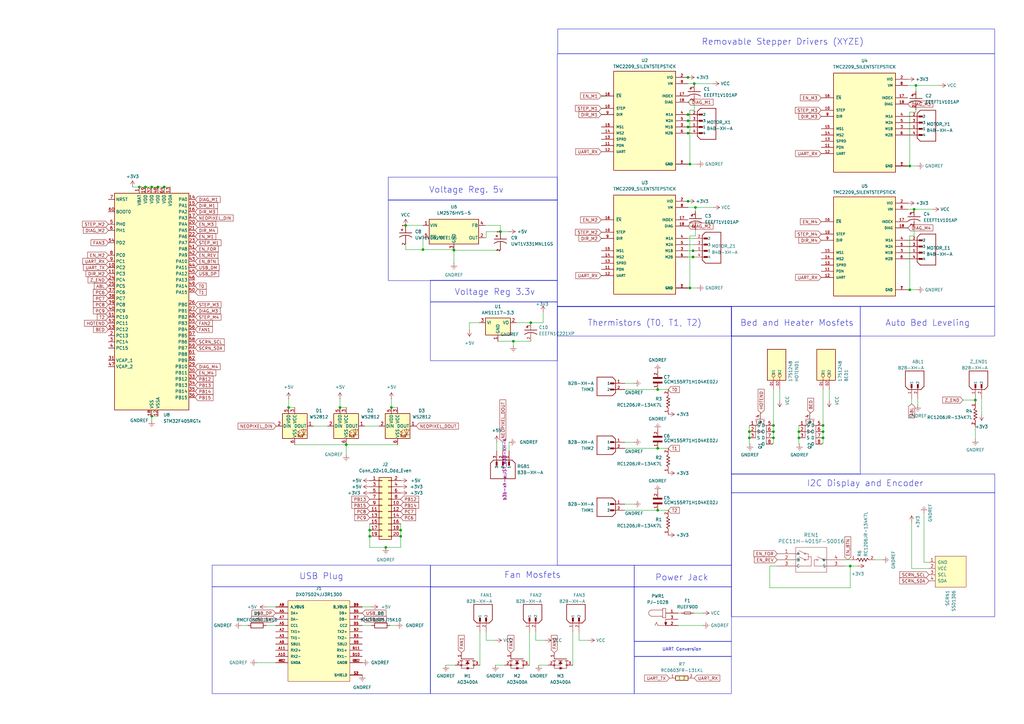
<source format=kicad_sch>
(kicad_sch (version 20231120) (generator "eeschema") (generator_version "8.0")
  (paper "A3")
  (junction (at 141.986 182.372))
  (junction (at 307.34 179.578))
  (junction (at 317.246 179.578))
  (junction (at 327.66 179.578))
  (junction (at 374.904 85.852))
  (junction (at 139.446 167.132))
  (junction (at 284.226 102.87))
  (junction (at 307.34 177.038))
  (junction (at 373.126 68.072))
  (junction (at 164.338 219.964))
  (junction (at 186.182 102.616))
  (junction (at 210.566 139.954))
  (junction (at 400.05 164.084))
  (junction (at 118.364 167.132))
  (junction (at 282.194 49.53))
  (junction (at 282.194 46.99))
  (junction (at 62.23 170.688))
  (junction (at 285.242 85.09))
  (junction (at 317.246 174.498))
  (junction (at 337.566 177.038))
  (junction (at 164.338 217.424))
  (junction (at 375.666 35.052))
  (junction (at 205.232 94.996))
  (junction (at 282.194 54.61))
  (junction (at 151.638 219.964))
  (junction (at 151.638 217.424))
  (junction (at 64.77 76.708))
  (junction (at 62.23 76.708))
  (junction (at 173.482 102.362))
  (junction (at 67.31 76.708))
  (junction (at 57.15 76.708))
  (junction (at 327.66 177.038))
  (junction (at 284.734 34.29))
  (junction (at 282.194 31.75))
  (junction (at 160.528 167.132))
  (junction (at 269.748 159.766))
  (junction (at 158.242 224.536))
  (junction (at 373.126 118.872))
  (junction (at 282.194 52.07))
  (junction (at 337.566 179.578))
  (junction (at 59.69 76.708))
  (junction (at 282.956 67.31))
  (junction (at 317.246 177.038))
  (junction (at 269.748 183.896))
  (junction (at 284.226 105.41))
  (junction (at 282.956 118.11))
  (junction (at 217.678 132.334))
  (junction (at 269.748 209.296))
  (junction (at 337.566 174.498))
  (junction (at 282.194 82.55))
  (junction (at 348.742 232.156))
  (junction (at 166.37 92.456))
  (wire (pts (xy 109.22 256.54) (xy 113.03 256.54)))
  (wire (pts (xy 62.23 76.708) (xy 64.77 76.708)))
  (wire (pts (xy 192.532 132.334) (xy 196.596 132.334)))
  (wire (pts (xy 186.69 272.796) (xy 182.88 272.796)))
  (wire (pts (xy 151.638 224.536) (xy 158.242 224.536)))
  (wire (pts (xy 120.904 182.372) (xy 141.986 182.372)))
  (wire (pts (xy 246.888 90.17) (xy 246.634 90.17)))
  (wire (pts (xy 375.666 44.958) (xy 375.666 45.974)))
  (wire (pts (xy 317.246 177.038) (xy 317.246 179.578)))
  (wire (pts (xy 358.902 229.616) (xy 361.95 229.616)))
  (wire (pts (xy 203.708 181.356) (xy 203.708 184.912)))
  (wire (pts (xy 282.194 46.99) (xy 283.21 46.99)))
  (wire (pts (xy 160.528 167.132) (xy 163.068 167.132)))
  (wire (pts (xy 284.226 105.41) (xy 284.734 105.41)))
  (wire (pts (xy 282.194 31.75) (xy 282.702 31.75)))
  (wire (pts (xy 282.956 67.31) (xy 286.004 67.31)))
  (wire (pts (xy 307.34 174.498) (xy 307.34 177.038)))
  (wire (pts (xy 282.956 96.774) (xy 282.956 118.11)))
  (wire (pts (xy 62.23 170.688) (xy 62.23 172.466)))
  (wire (pts (xy 118.364 163.576) (xy 118.364 167.132)))
  (wire (pts (xy 283.464 82.55) (xy 282.194 82.55)))
  (wire (pts (xy 173.482 102.362) (xy 186.182 102.362)))
  (wire (pts (xy 402.59 169.926) (xy 402.59 163.576)))
  (wire (pts (xy 372.364 35.052) (xy 375.666 35.052)))
  (wire (pts (xy 348.742 241.046) (xy 348.742 232.156)))
  (wire (pts (xy 400.05 164.084) (xy 400.05 163.576)))
  (wire (pts (xy 327.66 179.578) (xy 327.66 182.118)))
  (wire (pts (xy 139.446 163.576) (xy 139.446 167.132)))
  (wire (pts (xy 285.242 85.09) (xy 292.608 85.09)))
  (wire (pts (xy 337.185 179.578) (xy 337.566 179.578)))
  (wire (pts (xy 282.956 45.212) (xy 282.956 67.31)))
  (wire (pts (xy 373.126 96.774) (xy 373.126 118.872)))
  (wire (pts (xy 337.185 181.864) (xy 337.185 182.118)))
  (wire (pts (xy 378.968 210.312) (xy 378.968 230.632)))
  (wire (pts (xy 282.194 105.41) (xy 284.226 105.41)))
  (wire (pts (xy 337.566 177.038) (xy 337.566 179.578)))
  (wire (pts (xy 141.986 182.372) (xy 163.068 182.372)))
  (wire (pts (xy 317.246 159.766) (xy 317.246 174.498)))
  (wire (pts (xy 373.888 233.172) (xy 381 233.172)))
  (wire (pts (xy 346.71 229.616) (xy 348.742 229.616)))
  (wire (pts (xy 249.174 46.99) (xy 246.634 46.99)))
  (wire (pts (xy 372.364 118.872) (xy 373.126 118.872)))
  (wire (pts (xy 151.638 219.964) (xy 151.638 224.536)))
  (wire (pts (xy 162.56 256.54) (xy 160.02 256.54)))
  (wire (pts (xy 64.77 76.708) (xy 67.31 76.708)))
  (wire (pts (xy 109.22 248.92) (xy 113.03 248.92)))
  (wire (pts (xy 283.464 49.53) (xy 282.194 49.53)))
  (wire (pts (xy 217.678 132.334) (xy 222.758 132.334)))
  (wire (pts (xy 237.49 262.636) (xy 237.49 259.334)))
  (wire (pts (xy 282.956 118.11) (xy 286.004 118.11)))
  (wire (pts (xy 186.182 102.362) (xy 186.182 102.616)))
  (wire (pts (xy 211.836 132.334) (xy 217.678 132.334)))
  (wire (pts (xy 307.34 182.118) (xy 307.594 182.118)))
  (wire (pts (xy 67.31 76.708) (xy 69.85 76.708)))
  (wire (pts (xy 223.52 262.636) (xy 219.71 262.636)))
  (wire (pts (xy 274.066 209.296) (xy 269.748 209.296)))
  (wire (pts (xy 319.786 164.338) (xy 319.786 159.766)))
  (wire (pts (xy 128.524 174.752) (xy 134.366 174.752)))
  (wire (pts (xy 372.364 85.852) (xy 374.904 85.852)))
  (wire (pts (xy 327.66 177.038) (xy 327.66 179.578)))
  (wire (pts (xy 205.232 92.456) (xy 205.232 94.996)))
  (wire (pts (xy 256.286 181.356) (xy 260.096 181.356)))
  (wire (pts (xy 282.194 118.11) (xy 282.956 118.11)))
  (wire (pts (xy 105.41 271.78) (xy 113.03 271.78)))
  (wire (pts (xy 249.428 62.23) (xy 246.634 62.23)))
  (wire (pts (xy 288.29 251.46) (xy 284.48 251.46)))
  (wire (pts (xy 373.888 163.576) (xy 373.888 165.608)))
  (wire (pts (xy 149.606 174.752) (xy 155.448 174.752)))
  (wire (pts (xy 205.232 94.996) (xy 208.788 94.996)))
  (wire (pts (xy 186.182 102.616) (xy 205.232 102.616)))
  (wire (pts (xy 348.742 232.156) (xy 351.79 232.156)))
  (wire (pts (xy 173.482 97.536) (xy 173.482 102.362)))
  (wire (pts (xy 316.865 177.038) (xy 317.246 177.038)))
  (wire (pts (xy 373.888 214.122) (xy 373.888 233.172)))
  (wire (pts (xy 282.194 97.79) (xy 284.226 97.79)))
  (wire (pts (xy 283.718 92.71) (xy 282.194 92.71)))
  (wire (pts (xy 327.66 174.498) (xy 327.66 177.038)))
  (wire (pts (xy 203.2 262.636) (xy 199.39 262.636)))
  (wire (pts (xy 337.185 181.864) (xy 337.566 181.864)))
  (wire (pts (xy 241.3 262.636) (xy 237.49 262.636)))
  (wire (pts (xy 269.748 159.766) (xy 256.286 159.766)))
  (wire (pts (xy 337.566 159.766) (xy 337.566 174.498)))
  (wire (pts (xy 269.748 183.896) (xy 256.286 183.896)))
  (wire (pts (xy 256.286 157.226) (xy 260.096 157.226)))
  (wire (pts (xy 316.865 181.864) (xy 317.246 181.864)))
  (wire (pts (xy 316.865 179.578) (xy 317.246 179.578)))
  (wire (pts (xy 199.39 94.996) (xy 205.232 94.996)))
  (wire (pts (xy 316.865 174.498) (xy 317.246 174.498)))
  (wire (pts (xy 285.242 94.234) (xy 285.242 96.774)))
  (wire (pts (xy 284.48 102.87) (xy 284.226 102.87)))
  (wire (pts (xy 210.566 139.954) (xy 210.566 141.732)))
  (wire (pts (xy 282.194 67.31) (xy 282.956 67.31)))
  (wire (pts (xy 378.968 230.632) (xy 381 230.632)))
  (wire (pts (xy 282.194 85.09) (xy 285.242 85.09)))
  (wire (pts (xy 152.4 256.54) (xy 148.59 256.54)))
  (wire (pts (xy 206.248 181.356) (xy 206.248 184.912)))
  (wire (pts (xy 284.734 34.29) (xy 292.354 34.29)))
  (wire (pts (xy 278.13 251.46) (xy 279.4 251.46)))
  (wire (pts (xy 282.194 54.61) (xy 283.972 54.61)))
  (wire (pts (xy 99.06 256.54) (xy 101.6 256.54)))
  (wire (pts (xy 282.194 100.33) (xy 284.226 100.33)))
  (wire (pts (xy 340.106 164.338) (xy 340.106 159.766)))
  (wire (pts (xy 327.66 182.118) (xy 327.914 182.118)))
  (wire (pts (xy 57.15 76.708) (xy 59.69 76.708)))
  (wire (pts (xy 307.34 177.038) (xy 307.34 179.578)))
  (wire (pts (xy 375.666 35.052) (xy 375.666 37.338)))
  (wire (pts (xy 316.865 181.864) (xy 316.865 182.118)))
  (wire (pts (xy 219.71 262.636) (xy 219.71 259.334)))
  (wire (pts (xy 59.69 76.708) (xy 62.23 76.708)))
  (wire (pts (xy 337.185 177.038) (xy 337.566 177.038)))
  (wire (pts (xy 332.105 169.418) (xy 332.486 169.418)))
  (wire (pts (xy 374.904 85.852) (xy 382.524 85.852)))
  (wire (pts (xy 207.01 272.796) (xy 203.2 272.796)))
  (wire (pts (xy 284.734 45.212) (xy 282.956 45.212)))
  (wire (pts (xy 274.066 183.896) (xy 269.748 183.896)))
  (wire (pts (xy 282.194 102.87) (xy 284.226 102.87)))
  (wire (pts (xy 374.904 96.774) (xy 373.126 96.774)))
  (wire (pts (xy 62.23 170.688) (xy 64.77 170.688)))
  (wire (pts (xy 284.734 34.29) (xy 284.734 34.544)))
  (wire (pts (xy 234.95 259.334) (xy 234.95 272.796)))
  (wire (pts (xy 199.39 97.536) (xy 199.39 94.996)))
  (wire (pts (xy 54.356 76.708) (xy 57.15 76.708)))
  (wire (pts (xy 222.758 128.016) (xy 222.758 132.334)))
  (wire (pts (xy 317.246 174.498) (xy 317.246 177.038)))
  (wire (pts (xy 139.446 167.132) (xy 141.986 167.132)))
  (wire (pts (xy 164.338 224.536) (xy 158.242 224.536)))
  (wire (pts (xy 337.566 181.864) (xy 337.566 179.578)))
  (wire (pts (xy 208.788 181.356) (xy 208.788 184.912)))
  (wire (pts (xy 164.338 217.424) (xy 164.338 219.964)))
  (wire (pts (xy 373.126 68.072) (xy 376.174 68.072)))
  (wire (pts (xy 217.17 259.334) (xy 217.17 272.796)))
  (wire (pts (xy 282.194 34.29) (xy 284.734 34.29)))
  (wire (pts (xy 373.126 45.974) (xy 373.126 68.072)))
  (wire (pts (xy 373.126 118.872) (xy 376.174 118.872)))
  (wire (pts (xy 282.956 41.91) (xy 282.194 41.91)))
  (wire (pts (xy 166.37 100.076) (xy 166.37 102.362)))
  (wire (pts (xy 285.242 96.774) (xy 282.956 96.774)))
  (wire (pts (xy 152.4 248.92) (xy 148.59 248.92)))
  (wire (pts (xy 204.216 139.954) (xy 210.566 139.954)))
  (wire (pts (xy 151.638 217.424) (xy 151.638 219.964)))
  (wire (pts (xy 285.242 86.614) (xy 285.242 85.09)))
  (wire (pts (xy 198.882 97.536) (xy 199.39 97.536)))
  (wire (pts (xy 400.05 164.084) (xy 394.97 164.084)))
  (wire (pts (xy 337.185 174.498) (xy 337.566 174.498)))
  (wire (pts (xy 210.566 139.954) (xy 217.678 139.954)))
  (wire (pts (xy 247.396 97.79) (xy 246.634 97.79)))
  (wire (pts (xy 274.066 159.766) (xy 269.748 159.766)))
  (wire (pts (xy 166.37 92.456) (xy 173.482 92.456)))
  (wire (pts (xy 282.194 52.07) (xy 283.718 52.07)))
  (wire (pts (xy 376.428 163.576) (xy 376.428 166.116)))
  (wire (pts (xy 315.722 241.046) (xy 348.742 241.046)))
  (wire (pts (xy 247.142 95.25) (xy 246.634 95.25)))
  (wire (pts (xy 224.79 272.796) (xy 220.98 272.796)))
  (wire (pts (xy 278.13 256.54) (xy 288.29 256.54)))
  (wire (pts (xy 400.05 164.846) (xy 400.05 164.084)))
  (wire (pts (xy 311.785 169.418) (xy 312.166 169.418)))
  (wire (pts (xy 199.39 262.636) (xy 199.39 259.334)))
  (wire (pts (xy 246.634 113.03) (xy 247.65 113.03)))
  (wire (pts (xy 192.532 135.382) (xy 192.532 132.334)))
  (wire (pts (xy 269.748 209.296) (xy 256.286 209.296)))
  (wire (pts (xy 256.286 206.756) (xy 260.096 206.756)))
  (wire (pts (xy 337.566 174.498) (xy 337.566 177.038)))
  (wire (pts (xy 248.92 44.45) (xy 246.634 44.45)))
  (wire (pts (xy 307.34 179.578) (xy 307.34 182.118)))
  (wire (pts (xy 196.85 259.334) (xy 196.85 272.796)))
  (wire (pts (xy 317.246 179.578) (xy 317.246 181.864)))
  (wire (pts (xy 374.904 93.472) (xy 374.904 96.774)))
  (wire (pts (xy 375.666 35.052) (xy 385.318 35.052)))
  (wire (pts (xy 375.666 45.974) (xy 373.126 45.974)))
  (wire (pts (xy 141.986 186.436) (xy 141.986 182.372)))
  (wire (pts (xy 346.71 232.156) (xy 348.742 232.156)))
  (wire (pts (xy 318.77 232.156) (xy 315.722 232.156)))
  (wire (pts (xy 164.338 219.964) (xy 164.338 224.536)))
  (wire (pts (xy 198.882 92.456) (xy 205.232 92.456)))
  (wire (pts (xy 164.338 214.884) (xy 164.338 217.424)))
  (wire (pts (xy 166.37 102.362) (xy 173.482 102.362)))
  (wire (pts (xy 372.364 68.072) (xy 373.126 68.072)))
  (wire (pts (xy 118.364 167.132) (xy 120.904 167.132)))
  (wire (pts (xy 400.05 180.086) (xy 400.05 175.006)))
  (wire (pts (xy 315.722 232.156) (xy 315.722 241.046)))
  (wire (pts (xy 246.634 39.37) (xy 248.666 39.37)))
  (wire (pts (xy 284.734 42.164) (xy 284.734 45.212)))
  (wire (pts (xy 186.182 102.616) (xy 186.182 107.95)))
  (wire (pts (xy 160.528 163.576) (xy 160.528 167.132)))
  (wire (pts (xy 151.638 214.884) (xy 151.638 217.424)))
  (rectangle (start 86.995 231.775) (end 176.53 240.665))
  (rectangle (start 176.53 114.935) (end 228.6 123.8103))
  (rectangle (start 300.0081 202.0785) (end 408.0144 252.9176))
  (rectangle (start 228.7367 11.882) (end 407.9478 22.008))
  (rectangle (start 260.1198 231.812) (end 299.9978 240.7015))
  (rectangle (start 176.5538 240.702) (end 260.0905 284.48))
  (rectangle (start 300.0151 194.408) (end 408.0327 202.0742))
  (rectangle (start 228.6 125.6566) (end 299.9978 137.832))
  (rectangle (start 176.5538 231.8267) (end 260.0977 240.702))
  (rectangle (start 299.9978 125.64) (end 352.8298 137.832))
  (rectangle (start 228.6 125.73) (end 300.0212 231.816))
  (rectangle (start 299.9978 137.832) (end 352.8298 194.419))
  (rectangle (start 260.1198 269.24) (end 299.9978 284.48))
  (rectangle (start 159.258 82.042) (end 228.6 115.062))
  (rectangle (start 260.0953 240.6994) (end 300.0089 263.0693))
  (rectangle (start 228.6 22.042) (end 407.9478 125.73))
  (rectangle (start 86.995 240.665) (end 176.53 284.48))
  (rectangle (start 352.823 125.64) (end 407.9478 137.8247))
  (rectangle (start 176.53 123.825) (end 228.6 147.955))
  (rectangle (start 260.117 263.0719) (end 299.9978 269.24))
  (rectangle (start 159.258 72.644) (end 228.6 82.042))
  (text "I2C Display and Encoder\n" (at 354.838 198.374 0) (effects (font (size 2.54 2.54))))
  (text "Voltage Reg 3.3v" (at 202.946 119.888 0) (effects (font (size 2.54 2.54))))
  (text "Fan Mosfets\n" (at 218.44 235.966 0) (effects (font (size 2.54 2.54))))
  (text "Voltage Reg. 5v\n" (at 191.262 77.978 0) (effects (font (size 2.54 2.54))))
  (text "Auto Bed Leveling\n" (at 380.492 132.588 0) (effects (font (size 2.54 2.54))))
  (text "Removable Stepper Drivers (XYZE)" (at 321.056 17.272 0) (effects (font (size 2.54 2.54))))
  (text "Thermistors (T0, T1, T2)" (at 264.414 132.588 0) (effects (font (size 2.54 2.54))))
  (text "Power Jack" (at 279.654 236.982 0) (effects (font (size 2.54 2.54))))
  (text "USB Plug" (at 131.826 236.474 0) (effects (font (size 2.54 2.54))))
  (text "Bed and Heater Mosfets\n" (at 326.898 132.588 0) (effects (font (size 2.54 2.54))))
  (text "UART Conversion\n" (at 279.654 266.446 0) (effects (font (size 1.27 1.27))))
  (global_label "DIAG_M2" (shape input) (at 44.45 94.488 180) (property "Intersheetrefs" "${INTERSHEET_REFS}" (effects (hide yes))))
  (global_label "EN_M3" (shape input) (at 80.01 91.948 0) (property "Intersheetrefs" "${INTERSHEET_REFS}" (effects (hide yes))))
  (global_label "FAN3" (shape input) (at 227.33 267.716 90) (property "Intersheetrefs" "${INTERSHEET_REFS}" (effects (hide yes))))
  (global_label "EN_BTN" (shape input) (at 347.726 229.616 90) (property "Intersheetrefs" "${INTERSHEET_REFS}" (effects (hide yes))))
  (global_label "PB15" (shape input) (at 80.01 163.068 0) (property "Intersheetrefs" "${INTERSHEET_REFS}" (effects (hide yes))))
  (global_label "UART_RX" (shape input) (at 44.45 107.188 180) (property "Intersheetrefs" "${INTERSHEET_REFS}" (effects (hide yes))))
  (global_label "PC7" (shape input) (at 164.338 209.804 0) (property "Intersheetrefs" "${INTERSHEET_REFS}" (effects (hide yes))))
  (global_label "DIAG_M3" (shape input) (at 372.364 42.672 0) (property "Intersheetrefs" "${INTERSHEET_REFS}" (effects (hide yes))))
  (global_label "UART_RX" (shape input) (at 336.804 113.792 180) (property "Intersheetrefs" "${INTERSHEET_REFS}" (effects (hide yes))))
  (global_label "HOTEND" (shape input) (at 312.166 169.418 90) (property "Intersheetrefs" "${INTERSHEET_REFS}" (effects (hide yes))))
  (global_label "EN_M1" (shape input) (at 80.01 97.028 0) (property "Intersheetrefs" "${INTERSHEET_REFS}" (effects (hide yes))))
  (global_label "SCRN_SDA" (shape input) (at 80.01 142.748 0) (property "Intersheetrefs" "${INTERSHEET_REFS}" (effects (hide yes))))
  (global_label "STEP_M2" (shape input) (at 44.45 91.948 180) (property "Intersheetrefs" "${INTERSHEET_REFS}" (effects (hide yes))))
  (global_label "PC9" (shape input) (at 151.638 212.344 180) (property "Intersheetrefs" "${INTERSHEET_REFS}" (effects (hide yes))))
  (global_label "DIR_M4" (shape input) (at 80.01 94.488 0) (property "Intersheetrefs" "${INTERSHEET_REFS}" (effects (hide yes))))
  (global_label "PB14" (shape input) (at 164.338 207.264 0) (property "Intersheetrefs" "${INTERSHEET_REFS}" (effects (hide yes))))
  (global_label "ABL" (shape input) (at 44.45 117.348 180) (property "Intersheetrefs" "${INTERSHEET_REFS}" (effects (hide yes))))
  (global_label "SCRN_SCL" (shape input) (at 381 235.712 180) (property "Intersheetrefs" "${INTERSHEET_REFS}" (effects (hide yes))))
  (global_label "PB14" (shape input) (at 80.01 160.528 0) (property "Intersheetrefs" "${INTERSHEET_REFS}" (effects (hide yes))))
  (global_label "STEP_M1" (shape input) (at 80.01 99.568 0) (property "Intersheetrefs" "${INTERSHEET_REFS}" (effects (hide yes))))
  (global_label "USB_DP" (shape input) (at 80.01 112.268 0) (property "Intersheetrefs" "${INTERSHEET_REFS}" (effects (hide yes))))
  (global_label "PC6" (shape input) (at 44.45 119.888 180) (property "Intersheetrefs" "${INTERSHEET_REFS}" (effects (hide yes))))
  (global_label "PB12" (shape input) (at 80.01 155.448 0) (property "Intersheetrefs" "${INTERSHEET_REFS}" (effects (hide yes))))
  (global_label "T1" (shape input) (at 274.066 183.896 0) (property "Intersheetrefs" "${INTERSHEET_REFS}" (effects (hide yes))))
  (global_label "PC8" (shape input) (at 151.638 209.804 180) (property "Intersheetrefs" "${INTERSHEET_REFS}" (effects (hide yes))))
  (global_label "DIAG_M1" (shape input) (at 282.194 41.91 0) (property "Intersheetrefs" "${INTERSHEET_REFS}" (effects (hide yes))))
  (global_label "UART_RX" (shape input) (at 284.734 278.13 0) (property "Intersheetrefs" "${INTERSHEET_REFS}" (effects (hide yes))))
  (global_label "USB_DP" (shape input) (at 113.03 251.46 180) (property "Intersheetrefs" "${INTERSHEET_REFS}" (effects (hide yes))))
  (global_label "FAN3" (shape input) (at 44.45 99.568 180) (property "Intersheetrefs" "${INTERSHEET_REFS}" (effects (hide yes))))
  (global_label "DIR_M3" (shape input) (at 336.804 47.752 180) (property "Intersheetrefs" "${INTERSHEET_REFS}" (effects (hide yes))))
  (global_label "PB13" (shape input) (at 151.638 204.724 180) (property "Intersheetrefs" "${INTERSHEET_REFS}" (effects (hide yes))))
  (global_label "FAN2" (shape input) (at 80.01 132.588 0) (property "Intersheetrefs" "${INTERSHEET_REFS}" (effects (hide yes))))
  (global_label "SCRN_SDA" (shape input) (at 381 238.252 180) (property "Intersheetrefs" "${INTERSHEET_REFS}" (effects (hide yes))))
  (global_label "STEP_M4" (shape input) (at 336.804 96.012 180) (property "Intersheetrefs" "${INTERSHEET_REFS}" (effects (hide yes))))
  (global_label "FAN1" (shape input) (at 80.01 135.128 0) (property "Intersheetrefs" "${INTERSHEET_REFS}" (effects (hide yes))))
  (global_label "USB_DM" (shape input) (at 148.59 254 0) (property "Intersheetrefs" "${INTERSHEET_REFS}" (effects (hide yes))))
  (global_label "DIR_M1" (shape input) (at 80.01 84.328 0) (property "Intersheetrefs" "${INTERSHEET_REFS}" (effects (hide yes))))
  (global_label "NEOPIXEL_DOUT" (shape input) (at 170.688 174.752 0) (property "Intersheetrefs" "${INTERSHEET_REFS}" (effects (hide yes))))
  (global_label "T0" (shape input) (at 274.066 159.766 0) (property "Intersheetrefs" "${INTERSHEET_REFS}" (effects (hide yes))))
  (global_label "BED" (shape input) (at 332.486 169.418 90) (property "Intersheetrefs" "${INTERSHEET_REFS}" (effects (hide yes))))
  (global_label "DIR_M2" (shape input) (at 246.634 97.79 180) (property "Intersheetrefs" "${INTERSHEET_REFS}" (effects (hide yes))))
  (global_label "SCRN_SCL" (shape input) (at 80.01 140.208 0) (property "Intersheetrefs" "${INTERSHEET_REFS}" (effects (hide yes))))
  (global_label "EN_BTN" (shape input) (at 80.01 107.188 0) (property "Intersheetrefs" "${INTERSHEET_REFS}" (effects (hide yes))))
  (global_label "Z_END" (shape input) (at 394.97 164.084 180) (property "Intersheetrefs" "${INTERSHEET_REFS}" (effects (hide yes))))
  (global_label "T0" (shape input) (at 80.01 117.348 0) (property "Intersheetrefs" "${INTERSHEET_REFS}" (effects (hide yes))))
  (global_label "EN_FOR" (shape input) (at 80.01 102.108 0) (property "Intersheetrefs" "${INTERSHEET_REFS}" (effects (hide yes))))
  (global_label "EN_M3" (shape input) (at 336.804 40.132 180) (property "Intersheetrefs" "${INTERSHEET_REFS}" (effects (hide yes))))
  (global_label "STEP_M4" (shape input) (at 80.01 130.048 0) (property "Intersheetrefs" "${INTERSHEET_REFS}" (effects (hide yes))))
  (global_label "STEP_M2" (shape input) (at 246.634 95.25 180) (property "Intersheetrefs" "${INTERSHEET_REFS}" (effects (hide yes))))
  (global_label "STEP_M1" (shape input) (at 246.634 44.45 180) (property "Intersheetrefs" "${INTERSHEET_REFS}" (effects (hide yes))))
  (global_label "FAN1" (shape input) (at 189.23 267.716 90) (property "Intersheetrefs" "${INTERSHEET_REFS}" (effects (hide yes))))
  (global_label "EN_M2" (shape input) (at 246.634 90.17 180) (property "Intersheetrefs" "${INTERSHEET_REFS}" (effects (hide yes))))
  (global_label "PB13" (shape input) (at 80.01 157.988 0) (property "Intersheetrefs" "${INTERSHEET_REFS}" (effects (hide yes))))
  (global_label "ABL" (shape input) (at 373.888 165.608 270) (property "Intersheetrefs" "${INTERSHEET_REFS}" (effects (hide yes))))
  (global_label "EN_REV" (shape input) (at 80.01 104.648 0) (property "Intersheetrefs" "${INTERSHEET_REFS}" (effects (hide yes))))
  (global_label "DIR_M2" (shape input) (at 44.45 112.268 180) (property "Intersheetrefs" "${INTERSHEET_REFS}" (effects (hide yes))))
  (global_label "PC9" (shape input) (at 44.45 127.508 180) (property "Intersheetrefs" "${INTERSHEET_REFS}" (effects (hide yes))))
  (global_label "STEP_M3" (shape input) (at 336.804 45.212 180) (property "Intersheetrefs" "${INTERSHEET_REFS}" (effects (hide yes))))
  (global_label "DIAG_M4" (shape input) (at 80.01 150.368 0) (property "Intersheetrefs" "${INTERSHEET_REFS}" (effects (hide yes))))
  (global_label "DIAG_M1" (shape input) (at 80.01 81.788 0) (property "Intersheetrefs" "${INTERSHEET_REFS}" (effects (hide yes))))
  (global_label "NEOPIXEL_DIN" (shape input) (at 80.01 89.408 0) (property "Intersheetrefs" "${INTERSHEET_REFS}" (effects (hide yes))))
  (global_label "T2" (shape input) (at 274.066 209.296 0) (property "Intersheetrefs" "${INTERSHEET_REFS}" (effects (hide yes))))
  (global_label "EN_M2" (shape input) (at 44.45 104.648 180) (property "Intersheetrefs" "${INTERSHEET_REFS}" (effects (hide yes))))
  (global_label "HOTEND" (shape input) (at 44.45 132.588 180) (property "Intersheetrefs" "${INTERSHEET_REFS}" (effects (hide yes))))
  (global_label "UART_RX" (shape input) (at 246.634 62.23 180) (property "Intersheetrefs" "${INTERSHEET_REFS}" (effects (hide yes))))
  (global_label "UART_RX" (shape input) (at 246.634 113.03 180) (property "Intersheetrefs" "${INTERSHEET_REFS}" (effects (hide yes))))
  (global_label "EN_REV" (shape input) (at 318.77 229.616 180) (property "Intersheetrefs" "${INTERSHEET_REFS}" (effects (hide yes))))
  (global_label "EN_M4" (shape input) (at 336.804 90.932 180) (property "Intersheetrefs" "${INTERSHEET_REFS}" (effects (hide yes))))
  (global_label "PC6" (shape input) (at 164.338 212.344 0) (property "Intersheetrefs" "${INTERSHEET_REFS}" (effects (hide yes))))
  (global_label "DIAG_M4" (shape input) (at 372.364 93.472 0) (property "Intersheetrefs" "${INTERSHEET_REFS}" (effects (hide yes))))
  (global_label "NEOPIXEL_DOUT" (shape input) (at 206.248 181.356 90) (property "Intersheetrefs" "${INTERSHEET_REFS}" (effects (hide yes))))
  (global_label "USB_DM" (shape input) (at 80.01 109.728 0) (property "Intersheetrefs" "${INTERSHEET_REFS}" (effects (hide yes))))
  (global_label "BED" (shape input) (at 44.45 135.128 180) (property "Intersheetrefs" "${INTERSHEET_REFS}" (effects (hide yes))))
  (global_label "UART_TX" (shape input) (at 274.574 278.13 180) (property "Intersheetrefs" "${INTERSHEET_REFS}" (effects (hide yes))))
  (global_label "FAN2" (shape input) (at 209.55 267.716 90) (property "Intersheetrefs" "${INTERSHEET_REFS}" (effects (hide yes))))
  (global_label "T2" (shape input) (at 44.45 130.048 180) (property "Intersheetrefs" "${INTERSHEET_REFS}" (effects (hide yes))))
  (global_label "Z_END" (shape input) (at 44.45 114.808 180) (property "Intersheetrefs" "${INTERSHEET_REFS}" (effects (hide yes))))
  (global_label "EN_M4" (shape input) (at 80.01 152.908 0) (property "Intersheetrefs" "${INTERSHEET_REFS}" (effects (hide yes))))
  (global_label "DIAG_M3" (shape input) (at 80.01 127.508 0) (property "Intersheetrefs" "${INTERSHEET_REFS}" (effects (hide yes))))
  (global_label "DIR_M3" (shape input) (at 80.01 86.868 0) (property "Intersheetrefs" "${INTERSHEET_REFS}" (effects (hide yes))))
  (global_label "DIAG_M2" (shape input) (at 282.194 92.71 0) (property "Intersheetrefs" "${INTERSHEET_REFS}" (effects (hide yes))))
  (global_label "UART_TX" (shape input) (at 44.45 109.728 180) (property "Intersheetrefs" "${INTERSHEET_REFS}" (effects (hide yes))))
  (global_label "DIR_M4" (shape input) (at 336.804 98.552 180) (property "Intersheetrefs" "${INTERSHEET_REFS}" (effects (hide yes))))
  (global_label "PB12" (shape input) (at 164.338 204.724 0) (property "Intersheetrefs" "${INTERSHEET_REFS}" (effects (hide yes))))
  (global_label "DIR_M1" (shape input) (at 246.634 46.99 180) (property "Intersheetrefs" "${INTERSHEET_REFS}" (effects (hide yes))))
  (global_label "STEP_M3" (shape input) (at 80.01 124.968 0) (property "Intersheetrefs" "${INTERSHEET_REFS}" (effects (hide yes))))
  (global_label "NEOPIXEL_DIN" (shape input) (at 113.284 174.752 180) (property "Intersheetrefs" "${INTERSHEET_REFS}" (effects (hide yes))))
  (global_label "PC7" (shape input) (at 44.45 122.428 180) (property "Intersheetrefs" "${INTERSHEET_REFS}" (effects (hide yes))))
  (global_label "PC8" (shape input) (at 44.45 124.968 180) (property "Intersheetrefs" "${INTERSHEET_REFS}" (effects (hide yes))))
  (global_label "PB15" (shape input) (at 151.638 207.264 180) (property "Intersheetrefs" "${INTERSHEET_REFS}" (effects (hide yes))))
  (global_label "EN_M1" (shape input) (at 246.634 39.37 180) (property "Intersheetrefs" "${INTERSHEET_REFS}" (effects (hide yes))))
  (global_label "USB_DP" (shape input) (at 148.59 251.46 0) (property "Intersheetrefs" "${INTERSHEET_REFS}" (effects (hide yes))))
  (global_label "USB_DM" (shape input) (at 113.03 254 180) (property "Intersheetrefs" "${INTERSHEET_REFS}" (effects (hide yes))))
  (global_label "UART_RX" (shape input) (at 336.804 62.992 180) (property "Intersheetrefs" "${INTERSHEET_REFS}" (effects (hide yes))))
  (global_label "T1" (shape input) (at 80.01 119.888 0) (property "Intersheetrefs" "${INTERSHEET_REFS}" (effects (hide yes))))
  (global_label "EN_FOR" (shape input) (at 318.77 227.076 180) (property "Intersheetrefs" "${INTERSHEET_REFS}" (effects (hide yes))))
  (symbol (lib_id "Regulator_Switching:LM2576HVS-5") (at 186.182 94.996 0) (unit 1)
    (property "Reference" "U6" (at 186.182 84.836 0))
    (property "Value" "LM2576HVS-5" (at 186.182 87.376 0))
    (property "Footprint" "Package_TO_SOT_SMD:TO-263-5_TabPin3" (effects (hide yes)))
    (property "Datasheet" "http://www.ti.com/lit/ds/symlink/lm2576.pdf" (effects (hide yes)))
    (property "Description" "5V 3A, SIMPLE SWITCHER® Step-Down Voltage Regulator, High Voltage Input, TO-263" (effects (hide yes)))
  )
  (symbol (lib_id "power:GNDREF") (at 260.096 206.756 90) (mirror x) (unit 1)
    (property "Reference" "#PWR021" (effects (hide yes)))
    (property "Value" "GNDREF" (at 256.286 210.566 90) (effects (justify right)))
  )
  (symbol (lib_id "power:+3V3") (at 164.338 202.184 270) (mirror x) (unit 1)
    (property "Reference" "#PWR069" (effects (hide yes)))
    (property "Value" "+3V3" (at 168.148 202.1841 90) (effects (justify left)))
  )
  (symbol (lib_id "power:GNDREF") (at 269.748 152.146 0) (mirror x) (unit 1)
    (property "Reference" "#PWR035" (effects (hide yes)))
    (property "Value" "GNDREF" (at 273.558 147.701 0) (effects (justify right)))
  )
  (symbol (lib_id "power:+3V3") (at 274.066 169.926 270) (mirror x) (unit 1)
    (property "Reference" "#PWR028" (effects (hide yes)))
    (property "Value" "+3V3" (at 277.241 169.926 90) (effects (justify left)))
  )
  (symbol (lib_id "power:GNDREF") (at 62.23 172.466 0) (unit 1)
    (property "Reference" "#PWR01" (effects (hide yes)))
    (property "Value" "GNDREF" (at 60.96 172.466 0) (effects (justify right)))
  )
  (symbol (lib_id "power:GNDREF") (at 307.594 182.118 0) (unit 1)
    (property "Reference" "#PWR040" (effects (hide yes)))
    (property "Value" "GNDREF" (at 311.404 186.563 0) (effects (justify right)))
  )
  (symbol (lib_id "B3B-XH-A:B3B-XH-A") (at 206.248 192.532 270) (unit 1)
    (property "Reference" "RGB1" (at 212.09 191.2619 90) (effects (justify left)))
    (property "Value" "B3B-XH-A" (at 212.09 193.8019 90) (effects (justify left)))
    (property "Footprint" "b3b-xh-a:JST_B3B-XH-A" (at 206.248 192.532 0) (effects (justify bottom)))
    (property "MF" "JST Sales" (effects (hide yes)))
    (property "MAXIMUM_PACKAGE_HEIGHT" "7.00 mm" (effects (hide yes)))
    (property "Package" "None" (effects (hide yes)))
    (property "Price" "None" (effects (hide yes)))
    (property "Check_prices" "https://www.snapeda.com/parts/B3B-XH-A/JST+Sales+America+Inc./view-part/?ref=eda" (effects (hide yes)))
    (property "STANDARD" "Manufacturer Recommendations" (effects (hide yes)))
    (property "PARTREV" "7/4/21" (effects (hide yes)))
    (property "SnapEDA_Link" "https://www.snapeda.com/parts/B3B-XH-A/JST+Sales+America+Inc./view-part/?ref=snap" (effects (hide yes)))
    (property "MP" "B3B-XH-A" (effects (hide yes)))
    (property "Description_1" "\nConnector Header Through Hole 3 position 0.098 (2.50mm)\n" (effects (hide yes)))
    (property "Availability" "In Stock" (effects (hide yes)))
    (property "MANUFACTURER" "JST Sales America Inc." (effects (hide yes)))
  )
  (symbol (lib_id "power:+5V") (at 203.708 181.356 0) (unit 1)
    (property "Reference" "#PWR063" (effects (hide yes)))
    (property "Value" "+5V" (at 203.708 176.53 0))
    (property "Description" "Power symbol creates a global label with name \"+5V\"" (effects (hide yes)))
  )
  (symbol (lib_id "power:VCC") (at 340.106 164.338 180) (unit 1)
    (property "Reference" "#PWR017" (effects (hide yes)))
    (property "Value" "VCC" (at 343.281 164.338 90))
  )
  (symbol (lib_name "GNDREF_2") (lib_id "power:GNDREF") (at 158.242 224.536 0) (unit 1)
    (property "Reference" "#PWR070" (effects (hide yes)))
    (property "Value" "GNDREF" (at 158.242 229.616 0))
    (property "Description" "Power symbol creates a global label with name \"GNDREF\" , reference supply ground" (effects (hide yes)))
  )
  (symbol (lib_id "1751248:1751248") (at 340.106 149.606 90) (unit 1)
    (property "Reference" "BED1" (at 347.091 156.591 0) (effects (justify left)))
    (property "Value" "1751248" (at 344.551 156.591 0) (effects (justify left)))
    (property "Footprint" "Phoenix 1751248:PHOENIX_1751248" (effects (hide yes)))
    (property "Description" "\nPCB Terminal Screw 3.5mm 16AWG 200V 13.5A 2 Position COMBICON MKDS Series | Phoenix Contact 1751248\n" (effects (hide yes)))
    (property "DigiKey_Part_Number" "277-5719-ND" (effects (hide yes)))
    (property "SnapEDA_Link" "https://www.snapeda.com/parts/1751248/Phoenix+Contact/view-part/?ref=snap" (effects (hide yes)))
    (property "Package" "None" (effects (hide yes)))
    (property "Check_prices" "https://www.snapeda.com/parts/1751248/Phoenix+Contact/view-part/?ref=eda" (effects (hide yes)))
    (property "STANDARD" "Manufacturer Recommendations" (effects (hide yes)))
    (property "PARTREV" "03.03.2021" (effects (hide yes)))
    (property "MF" "Phoenix Contact" (effects (hide yes)))
    (property "MP" "1751248" (effects (hide yes)))
    (property "MANUFACTURER" "Phoenix Contact" (effects (hide yes)))
  )
  (symbol (lib_id "power:+3V3") (at 274.066 194.056 270) (mirror x) (unit 1)
    (property "Reference" "#PWR029" (effects (hide yes)))
    (property "Value" "+3V3" (at 277.241 194.056 90) (effects (justify left)))
  )
  (symbol (lib_id "RC1206JR-134K7L:RC1206JR-134K7L") (at 274.066 187.071 270) (mirror x) (unit 1)
    (property "Reference" "R2" (at 271.526 187.706 90) (effects (justify right)))
    (property "Value" "RC1206JR-134K7L" (at 271.526 190.246 90) (effects (justify right)))
    (property "Footprint" "RC1206JR-134K7L:RESC3216X65" (effects (hide yes)))
    (property "Description" "\n4.7 kOhms ±5% 0.25W, 1/4W Chip Resistor 1206 (3216 Metric) Moisture Resistant Thick Film\n" (effects (hide yes)))
    (property "DigiKey_Part_Number" "13-RC1206JR-134K7LTR-ND" (effects (hide yes)))
    (property "MF" "Yageo" (effects (hide yes)))
    (property "Purchase-URL" "https://www.snapeda.com/api/url_track_click_mouser/?unipart_id=1118610&manufacturer=Yageo&part_name=RC1206JR-134K7L&search_term=None" (effects (hide yes)))
    (property "Package" "SMD-2 Yageo" (effects (hide yes)))
    (property "Check_prices" "https://www.snapeda.com/parts/RC1206JR-134K7L/Yageo/view-part/?ref=eda" (effects (hide yes)))
    (property "SnapEDA_Link" "https://www.snapeda.com/parts/RC1206JR-134K7L/Yageo/view-part/?ref=snap" (effects (hide yes)))
    (property "MP" "RC1206JR-134K7L" (effects (hide yes)))
    (property "MANUFACTURER" "YAGEO" (effects (hide yes)))
  )
  (symbol (lib_id "power:+3V3") (at 351.79 232.156 270) (mirror x) (unit 1)
    (property "Reference" "#PWR049" (effects (hide yes)))
    (property "Value" "+3V3" (at 351.79 235.331 90))
  )
  (symbol (lib_id "PEC11H-4015F-S0016:PEC11H-4015F-S0016") (at 318.77 227.076 0) (unit 1)
    (property "Reference" "REN1" (at 332.74 219.456 0) (effects (font (size 1.524 1.524))))
    (property "Value" "PEC11H-4015F-S0016" (at 332.74 221.996 0) (effects (font (size 1.524 1.524))))
    (property "Footprint" "PinHeader:PinHeader_1x04_P2.54mm_Vertical" (effects (hide yes)))
    (property "Datasheet" "PEC11H-4015F-S0016" (effects (hide yes)))
  )
  (symbol (lib_id "Device:R") (at 105.41 256.54 270) (mirror x) (unit 1)
    (property "Reference" "R9" (at 105.41 251.714 90))
    (property "Value" "RMCF0805JT5K10" (at 105.41 254.254 90))
    (property "Footprint" "RMCF0805JT5K10:RESC2012X65N" (effects (hide yes)))
    (property "Description" "Resistor" (effects (hide yes)))
  )
  (symbol (lib_id "power:+3V3") (at 54.356 76.708 0) (mirror y) (unit 1)
    (property "Reference" "#PWR071" (effects (hide yes)))
    (property "Value" "+3V3" (at 54.356 72.3971 0))
  )
  (symbol (lib_id "Regulator_Linear:AMS1117-3.3") (at 204.216 132.334 0) (unit 1)
    (property "Reference" "U1" (at 204.216 125.73 0))
    (property "Value" "AMS1117-3.3" (at 204.216 128.27 0))
    (property "Footprint" "Package_TO_SOT_SMD:SOT-223-3_TabPin2" (effects (hide yes)))
    (property "Datasheet" "http://www.advanced-monolithic.com/pdf/ds1117.pdf" (effects (hide yes)))
    (property "Description" "1A Low Dropout regulator, positive, 3.3V fixed output, SOT-223" (effects (hide yes)))
  )
  (symbol (lib_id "power:+3V3") (at 274.066 219.456 270) (mirror x) (unit 1)
    (property "Reference" "#PWR030" (effects (hide yes)))
    (property "Value" "+3V3" (at 277.241 219.456 90) (effects (justify left)))
  )
  (symbol (lib_id "SSD1306-128x64_OLED:SSD1306") (at 389.89 234.442 90) (mirror x) (unit 1)
    (property "Reference" "SCRN1" (at 388.62 242.062 0) (effects (justify left)))
    (property "Value" "SSD1306" (at 391.16 242.062 0) (effects (justify left)))
    (property "Footprint" "PinHeader:PinHeader_1x04_P2.54mm_Vertical" (effects (hide yes)))
  )
  (symbol (lib_id "EEEFT1V101AP:EEEFT1V101AP") (at 284.734 37.084 270) (unit 1)
    (property "Reference" "C1" (at 288.544 36.5105 90) (effects (justify left)))
    (property "Value" "EEEFT1V101AP" (at 288.544 39.0505 90) (effects (justify left)))
    (property "Footprint" "CAP_EEEFT1V101AP" (effects (hide yes)))
    (property "MF" "Panasonic" (effects (hide yes)))
    (property "MAXIMUM_PACKAGE_HEIGHT" "5.8mm" (effects (hide yes)))
    (property "Package" "RADIAL-2 Panasonic" (effects (hide yes)))
    (property "Price" "None" (effects (hide yes)))
    (property "Check_prices" "https://www.snapeda.com/parts/EEEFT1V101AP/Panasonic/view-part/?ref=eda" (effects (hide yes)))
    (property "STANDARD" "Manufacturer Recommendations" (effects (hide yes)))
    (property "PARTREV" "10-Oct-19" (effects (hide yes)))
    (property "SnapEDA_Link" "https://www.snapeda.com/parts/EEEFT1V101AP/Panasonic/view-part/?ref=snap" (effects (hide yes)))
    (property "MP" "EEEFT1V101AP" (effects (hide yes)))
    (property "Purchase-URL" "https://www.snapeda.com/api/url_track_click_mouser/?unipart_id=4222947&manufacturer=Panasonic&part_name=EEEFT1V101AP&search_term=eee-ft1v101ap" (effects (hide yes)))
    (property "Description_1" "\n100µF 35V Aluminum Electrolytic Capacitors Radial, Can - SMD 260mOhm @ 100kHz 2000 Hrs @ 105°C\n" (effects (hide yes)))
    (property "Availability" "In Stock" (effects (hide yes)))
    (property "MANUFACTURER" "Panasonic" (effects (hide yes)))
  )
  (symbol (lib_id "TMC2209_SILENTSTEPSTICK:TMC2209_SILENTSTEPSTICK") (at 264.414 49.53 0) (unit 1)
    (property "Reference" "U2" (at 264.414 24.765 0))
    (property "Value" "TMC2209_SILENTSTEPSTICK" (at 264.414 27.305 0))
    (property "Footprint" "TMC2209_SILENTSTEPSTICK:MODULE_TMC2209_SILENTSTEPSTICK" (effects (hide yes)))
    (property "Description" "\nTMC2209 Motor Controller/Driver Power Management Evaluation Board\n" (effects (hide yes)))
    (property "MF" "Trinamic Motion Control GmbH" (effects (hide yes)))
    (property "Package" "None" (effects (hide yes)))
    (property "Price" "None" (effects (hide yes)))
    (property "Check_prices" "https://www.snapeda.com/parts/TMC2209%20SILENTSTEPSTICK/Trinamic+Motion+Control+GmbH/view-part/?ref=eda" (effects (hide yes)))
    (property "STANDARD" "Manufacturer Recommendations" (effects (hide yes)))
    (property "PARTREV" "1.20" (effects (hide yes)))
    (property "SnapEDA_Link" "https://www.snapeda.com/parts/TMC2209%20SILENTSTEPSTICK/Trinamic+Motion+Control+GmbH/view-part/?ref=snap" (effects (hide yes)))
    (property "MP" "TMC2209 SILENTSTEPSTICK" (effects (hide yes)))
    (property "MANUFACTURER" "Trinamic Motion Control GmbH" (effects (hide yes)))
    (property "Availability" "In Stock" (effects (hide yes)))
    (property "SNAPEDA_PN" "TMC2209 SILENTSTEPSTICK" (effects (hide yes)))
  )
  (symbol (lib_id "power:VCC") (at 241.3 262.636 270) (unit 1)
    (property "Reference" "#PWR024" (effects (hide yes)))
    (property "Value" "VCC" (at 244.475 262.636 90) (effects (justify left)))
  )
  (symbol (lib_id "TMC2209_SILENTSTEPSTICK:TMC2209_SILENTSTEPSTICK") (at 264.414 100.33 0) (unit 1)
    (property "Reference" "U3" (at 264.414 74.93 0))
    (property "Value" "TMC2209_SILENTSTEPSTICK" (at 264.414 77.47 0))
    (property "Footprint" "TMC2209_SILENTSTEPSTICK:MODULE_TMC2209_SILENTSTEPSTICK" (effects (hide yes)))
    (property "Description" "\nTMC2209 Motor Controller/Driver Power Management Evaluation Board\n" (effects (hide yes)))
    (property "MF" "Trinamic Motion Control GmbH" (effects (hide yes)))
    (property "Package" "None" (effects (hide yes)))
    (property "Price" "None" (effects (hide yes)))
    (property "Check_prices" "https://www.snapeda.com/parts/TMC2209%20SILENTSTEPSTICK/Trinamic+Motion+Control+GmbH/view-part/?ref=eda" (effects (hide yes)))
    (property "STANDARD" "Manufacturer Recommendations" (effects (hide yes)))
    (property "PARTREV" "1.20" (effects (hide yes)))
    (property "SnapEDA_Link" "https://www.snapeda.com/parts/TMC2209%20SILENTSTEPSTICK/Trinamic+Motion+Control+GmbH/view-part/?ref=snap" (effects (hide yes)))
    (property "MP" "TMC2209 SILENTSTEPSTICK" (effects (hide yes)))
    (property "MANUFACTURER" "Trinamic Motion Control GmbH" (effects (hide yes)))
    (property "Availability" "In Stock" (effects (hide yes)))
    (property "SNAPEDA_PN" "TMC2209 SILENTSTEPSTICK" (effects (hide yes)))
  )
  (symbol (lib_id "UWT1V101MCL1GS:UWT1V101MCL1GS") (at 205.232 100.076 270) (unit 1)
    (property "Reference" "C9" (at 209.55 97.5359 90) (effects (justify left)))
    (property "Value" "UWT1V331MNL1GS" (at 209.55 100.0759 90) (effects (justify left)))
    (property "Footprint" "UWT1V101MCL1GS:CAPAE830X1000N" (effects (hide yes)))
    (property "MF" "Nichicon" (effects (hide yes)))
    (property "MAXIMUM_PACKAGE_HEIGHT" "7.7mm" (effects (hide yes)))
    (property "Package" "Radial Nichicon" (effects (hide yes)))
    (property "Price" "None" (effects (hide yes)))
    (property "Check_prices" "https://www.snapeda.com/parts/UWT1V101MCL1GS/Nichicon/view-part/?ref=eda" (effects (hide yes)))
    (property "STANDARD" "IPC-7351B" (effects (hide yes)))
    (property "PARTREV" "CAT.8100L" (effects (hide yes)))
    (property "SnapEDA_Link" "https://www.snapeda.com/parts/UWT1V101MCL1GS/Nichicon/view-part/?ref=snap" (effects (hide yes)))
    (property "MP" "UWT1V101MCL1GS" (effects (hide yes)))
    (property "Purchase-URL" "https://www.snapeda.com/api/url_track_click_mouser/?unipart_id=576928&manufacturer=Nichicon&part_name=UWT1V101MCL1GS&search_term=uwt1v101mcl1gs" (effects (hide yes)))
    (property "Description_1" "\nCapacitor Aluminum Electrolytic, 1000h 6.3 (Dia.) x 7.7mm, 100uF, 35V, WT Series | Nichicon UWT1V101MCL1GS\n" (effects (hide yes)))
    (property "MANUFACTURER" "Nichicon" (effects (hide yes)))
    (property "Availability" "In Stock" (effects (hide yes)))
    (property "SNAPEDA_PN" "UWT1V101MCL1GS" (effects (hide yes)))
  )
  (symbol (lib_id "AO3400A:AO3400A") (at 191.77 270.256 270) (unit 1)
    (property "Reference" "M1" (at 191.77 277.241 90))
    (property "Value" "AO3400A" (at 191.77 279.781 90))
    (property "Footprint" "AO3400A:SOT95P280X125-3N" (effects (hide yes)))
    (property "Description" "\nN-Channel 30 V 5.7A (Ta) 1.4W (Ta) Surface Mount SOT-23-3\n" (effects (hide yes)))
    (property "DigiKey_Part_Number" "785-1000-2-ND" (effects (hide yes)))
    (property "SnapEDA_Link" "https://www.snapeda.com/parts/AO3400A/Alpha+%2526+Omega+Semiconductor+Inc./view-part/?ref=snap" (effects (hide yes)))
    (property "MAXIMUM_PACKAGE_HEIGHT" "1.25 mm" (effects (hide yes)))
    (property "Package" "SOT-23 Alpha &amp; Omega Semiconductor" (effects (hide yes)))
    (property "Check_prices" "https://www.snapeda.com/parts/AO3400A/Alpha+%2526+Omega+Semiconductor+Inc./view-part/?ref=eda" (effects (hide yes)))
    (property "STANDARD" "IPC 7351B" (effects (hide yes)))
    (property "PARTREV" "L" (effects (hide yes)))
    (property "MF" "Alpha &" (effects (hide yes)))
    (property "MP" "AO3400A" (effects (hide yes)))
    (property "MANUFACTURER" "Alpha & Omega Semiconductor" (effects (hide yes)))
  )
  (symbol (lib_id "power:GNDREF") (at 162.56 256.54 90) (unit 1)
    (property "Reference" "#PWR051" (effects (hide yes)))
    (property "Value" "GNDREF" (at 166.37 256.5399 90) (effects (justify right)))
  )
  (symbol (lib_id "RC1206JR-134K7L:RC1206JR-134K7L") (at 400.05 171.831 270) (unit 1)
    (property "Reference" "R4" (at 398.78 168.656 90) (effects (justify right)))
    (property "Value" "RC1206JR-134K7L" (at 398.78 171.196 90) (effects (justify right)))
    (property "Footprint" "RC1206JR-134K7L:RESC3216X65" (effects (hide yes)))
    (property "Description" "\n4.7 kOhms ±5% 0.25W, 1/4W Chip Resistor 1206 (3216 Metric) Moisture Resistant Thick Film\n" (effects (hide yes)))
    (property "DigiKey_Part_Number" "13-RC1206JR-134K7LTR-ND" (effects (hide yes)))
    (property "MF" "Yageo" (effects (hide yes)))
    (property "Purchase-URL" "https://www.snapeda.com/api/url_track_click_mouser/?unipart_id=1118610&manufacturer=Yageo&part_name=RC1206JR-134K7L&search_term=None" (effects (hide yes)))
    (property "Package" "SMD-2 Yageo" (effects (hide yes)))
    (property "Check_prices" "https://www.snapeda.com/parts/RC1206JR-134K7L/Yageo/view-part/?ref=eda" (effects (hide yes)))
    (property "SnapEDA_Link" "https://www.snapeda.com/parts/RC1206JR-134K7L/Yageo/view-part/?ref=snap" (effects (hide yes)))
    (property "MP" "RC1206JR-134K7L" (effects (hide yes)))
    (property "MANUFACTURER" "YAGEO" (effects (hide yes)))
  )
  (symbol (lib_id "power:+3V3") (at 164.338 199.644 270) (mirror x) (unit 1)
    (property "Reference" "#PWR068" (effects (hide yes)))
    (property "Value" "+3V3" (at 168.148 199.6441 90) (effects (justify left)))
  )
  (symbol (lib_id "TMC2209_SILENTSTEPSTICK:TMC2209_SILENTSTEPSTICK") (at 354.584 101.092 0) (unit 1)
    (property "Reference" "U5" (at 354.584 76.327 0))
    (property "Value" "TMC2209_SILENTSTEPSTICK" (at 354.584 78.867 0))
    (property "Footprint" "TMC2209_SILENTSTEPSTICK:MODULE_TMC2209_SILENTSTEPSTICK" (effects (hide yes)))
    (property "Description" "\nTMC2209 Motor Controller/Driver Power Management Evaluation Board\n" (effects (hide yes)))
    (property "MF" "Trinamic Motion Control GmbH" (effects (hide yes)))
    (property "Package" "None" (effects (hide yes)))
    (property "Price" "None" (effects (hide yes)))
    (property "Check_prices" "https://www.snapeda.com/parts/TMC2209%20SILENTSTEPSTICK/Trinamic+Motion+Control+GmbH/view-part/?ref=eda" (effects (hide yes)))
    (property "STANDARD" "Manufacturer Recommendations" (effects (hide yes)))
    (property "PARTREV" "1.20" (effects (hide yes)))
    (property "SnapEDA_Link" "https://www.snapeda.com/parts/TMC2209%20SILENTSTEPSTICK/Trinamic+Motion+Control+GmbH/view-part/?ref=snap" (effects (hide yes)))
    (property "MP" "TMC2209 SILENTSTEPSTICK" (effects (hide yes)))
    (property "MANUFACTURER" "Trinamic Motion Control GmbH" (effects (hide yes)))
    (property "Availability" "In Stock" (effects (hide yes)))
    (property "SNAPEDA_PN" "TMC2209 SILENTSTEPSTICK" (effects (hide yes)))
  )
  (symbol (lib_name "GNDREF_2") (lib_id "power:GNDREF") (at 186.182 107.95 0) (unit 1)
    (property "Reference" "#PWR056" (effects (hide yes)))
    (property "Value" "GNDREF" (at 186.182 112.776 0))
    (property "Description" "Power symbol creates a global label with name \"GNDREF\" , reference supply ground" (effects (hide yes)))
  )
  (symbol (lib_id "power:+3V3") (at 372.364 32.512 270) (unit 1)
    (property "Reference" "#PWR014" (effects (hide yes)))
    (property "Value" "+3V3" (at 375.539 32.512 90) (effects (justify left)))
  )
  (symbol (lib_id "RC0603FR-131KL:RC0603FR-131KL") (at 279.654 278.13 0) (unit 1)
    (property "Reference" "R7" (at 279.654 272.415 0))
    (property "Value" "RC0603FR-131KL" (at 279.654 274.955 0))
    (property "Footprint" "RC0603FR-131KL:0603" (effects (hide yes)))
    (property "Description" "\n1 kOhms ±1% 0.1W, 1/10W Chip Resistor 0603 (1608 Metric) Moisture Resistant Thick Film\n" (effects (hide yes)))
    (property "DigiKey_Part_Number" "13-RC0603FR-131KLTR-ND" (effects (hide yes)))
    (property "MF" "Yageo" (effects (hide yes)))
    (property "Purchase-URL" "https://www.snapeda.com/api/url_track_click_mouser/?unipart_id=47010&manufacturer=Yageo&part_name=RC0603FR-131KL&search_term=None" (effects (hide yes)))
    (property "Package" "0603 Yageo" (effects (hide yes)))
    (property "SnapEDA_Link" "https://www.snapeda.com/parts/RC0603FR-131KL/Yageo/view-part/?ref=snap" (effects (hide yes)))
    (property "MP" "RC0603FR-131KL" (effects (hide yes)))
    (property "Check_prices" "https://www.snapeda.com/parts/RC0603FR-131KL/Yageo/view-part/?ref=eda" (effects (hide yes)))
  )
  (symbol (lib_id "power:VCC") (at 385.318 35.052 270) (unit 1)
    (property "Reference" "#PWR038" (effects (hide yes)))
    (property "Value" "VCC" (at 388.493 35.052 90) (effects (justify left)))
  )
  (symbol (lib_id "power:+3V3") (at 402.59 169.926 180) (unit 1)
    (property "Reference" "#PWR045" (effects (hide yes)))
    (property "Value" "+3V3" (at 402.59 175.006 0))
  )
  (symbol (lib_id "RC1206JR-134K7L:RC1206JR-134K7L") (at 355.727 229.616 0) (mirror x) (unit 1)
    (property "Reference" "R6" (at 352.552 228.346 90) (effects (justify right)))
    (property "Value" "RC1206JR-134K7L" (at 355.092 228.346 90) (effects (justify right)))
    (property "Footprint" "RC1206JR-134K7L:RESC3216X65" (effects (hide yes)))
    (property "Description" "\n4.7 kOhms ±5% 0.25W, 1/4W Chip Resistor 1206 (3216 Metric) Moisture Resistant Thick Film\n" (effects (hide yes)))
    (property "DigiKey_Part_Number" "13-RC1206JR-134K7LTR-ND" (effects (hide yes)))
    (property "MF" "Yageo" (effects (hide yes)))
    (property "Purchase-URL" "https://www.snapeda.com/api/url_track_click_mouser/?unipart_id=1118610&manufacturer=Yageo&part_name=RC1206JR-134K7L&search_term=None" (effects (hide yes)))
    (property "Package" "SMD-2 Yageo" (effects (hide yes)))
    (property "Check_prices" "https://www.snapeda.com/parts/RC1206JR-134K7L/Yageo/view-part/?ref=eda" (effects (hide yes)))
    (property "SnapEDA_Link" "https://www.snapeda.com/parts/RC1206JR-134K7L/Yageo/view-part/?ref=snap" (effects (hide yes)))
    (property "MP" "RC1206JR-134K7L" (effects (hide yes)))
    (property "MANUFACTURER" "YAGEO" (effects (hide yes)))
  )
  (symbol (lib_id "power:GNDREF") (at 400.05 180.086 0) (unit 1)
    (property "Reference" "#PWR042" (effects (hide yes)))
    (property "Value" "GNDREF" (at 400.05 184.531 0))
  )
  (symbol (lib_id "power:VCC") (at 288.29 251.46 270) (unit 1)
    (property "Reference" "#PWR031" (effects (hide yes)))
    (property "Value" "VCC" (at 291.465 251.46 90) (effects (justify left)))
  )
  (symbol (lib_id "power:GNDREF") (at 210.566 141.732 0) (unit 1)
    (property "Reference" "#PWR05" (effects (hide yes)))
    (property "Value" "GNDREF" (at 212.852 137.16 0) (effects (justify right)))
  )
  (symbol (lib_id "B2B-XH-A:B2B-XH-A") (at 248.666 183.896 0) (mirror y) (unit 1)
    (property "Reference" "THM2" (at 243.586 183.896 0) (effects (justify left)))
    (property "Value" "B2B-XH-A" (at 243.586 181.356 0) (effects (justify left)))
    (property "Footprint" "B2B-XH-A:JST_B2B-XH-A" (effects (hide yes)))
    (property "Description" "\nConnector Header Through Hole 2 position 0.098 (2.50mm)\n" (effects (hide yes)))
    (property "DigiKey_Part_Number" "455-B2B-XH-A-ND" (effects (hide yes)))
    (property "SnapEDA_Link" "https://www.snapeda.com/parts/B2B-XH-A/JST+Sales+America+Inc./view-part/?ref=snap" (effects (hide yes)))
    (property "MAXIMUM_PACKAGE_HEIGHT" "7 mm" (effects (hide yes)))
    (property "Package" "None" (effects (hide yes)))
    (property "Check_prices" "https://www.snapeda.com/parts/B2B-XH-A/JST+Sales+America+Inc./view-part/?ref=eda" (effects (hide yes)))
    (property "STANDARD" "Manufacturer Recommendations" (effects (hide yes)))
    (property "PARTREV" "N/A" (effects (hide yes)))
    (property "MF" "JST Sales" (effects (hide yes)))
    (property "MP" "B2B-XH-A" (effects (hide yes)))
    (property "MANUFACTURER" "JST Sales America Inc." (effects (hide yes)))
  )
  (symbol (lib_id "power:GNDREF") (at 203.2 272.796 0) (unit 1)
    (property "Reference" "#PWR026" (effects (hide yes)))
    (property "Value" "GNDREF" (at 203.2 277.241 0))
  )
  (symbol (lib_id "AO3400A:AO3400A") (at 212.09 270.256 270) (unit 1)
    (property "Reference" "M2" (at 212.09 277.241 90))
    (property "Value" "AO3400A" (at 212.09 279.781 90))
    (property "Footprint" "AO3400A:SOT95P280X125-3N" (effects (hide yes)))
    (property "Description" "\nN-Channel 30 V 5.7A (Ta) 1.4W (Ta) Surface Mount SOT-23-3\n" (effects (hide yes)))
    (property "DigiKey_Part_Number" "785-1000-2-ND" (effects (hide yes)))
    (property "SnapEDA_Link" "https://www.snapeda.com/parts/AO3400A/Alpha+%2526+Omega+Semiconductor+Inc./view-part/?ref=snap" (effects (hide yes)))
    (property "MAXIMUM_PACKAGE_HEIGHT" "1.25 mm" (effects (hide yes)))
    (property "Package" "SOT-23 Alpha &amp; Omega Semiconductor" (effects (hide yes)))
    (property "Check_prices" "https://www.snapeda.com/parts/AO3400A/Alpha+%2526+Omega+Semiconductor+Inc./view-part/?ref=eda" (effects (hide yes)))
    (property "STANDARD" "IPC 7351B" (effects (hide yes)))
    (property "PARTREV" "L" (effects (hide yes)))
    (property "MF" "Alpha &" (effects (hide yes)))
    (property "MP" "AO3400A" (effects (hide yes)))
    (property "MANUFACTURER" "Alpha & Omega Semiconductor" (effects (hide yes)))
  )
  (symbol (lib_id "power:+3V3") (at 372.364 83.312 270) (unit 1)
    (property "Reference" "#PWR015" (effects (hide yes)))
    (property "Value" "+3V3" (at 375.539 83.312 90) (effects (justify left)))
  )
  (symbol (lib_id "MCU_ST_STM32F4:STM32F405RGTx") (at 62.23 124.968 0) (unit 1)
    (property "Reference" "U8" (at 66.9641 170.18 0) (effects (justify left)))
    (property "Value" "STM32F405RGTx" (at 66.9641 172.72 0) (effects (justify left)))
    (property "Footprint" "Package_QFP:LQFP-64_10x10mm_P0.5mm" (effects (hide yes)))
    (property "Datasheet" "https://www.st.com/resource/en/datasheet/stm32f405rg.pdf" (effects (hide yes)))
    (property "Description" "STMicroelectronics Arm Cortex-M4 MCU, 1024KB flash, 192KB RAM, 168 MHz, 1.8-3.6V, 51 GPIO, LQFP64" (effects (hide yes)))
  )
  (symbol (lib_id "power:+5V") (at 160.528 163.576 0) (unit 1)
    (property "Reference" "#PWR061" (effects (hide yes)))
    (property "Value" "+5V" (at 160.528 158.75 0))
    (property "Description" "Power symbol creates a global label with name \"+5V\"" (effects (hide yes)))
  )
  (symbol (lib_name "GNDREF_1") (lib_id "power:GNDREF") (at 148.59 271.78 90) (unit 1)
    (property "Reference" "#PWR055" (effects (hide yes)))
    (property "Value" "GNDREF" (at 152.146 271.7799 90) (effects (justify right)))
    (property "Description" "Power symbol creates a global label with name \"GNDREF\" , reference supply ground" (effects (hide yes)))
  )
  (symbol (lib_id "power:+5V") (at 164.338 197.104 270) (unit 1)
    (property "Reference" "#PWR065" (effects (hide yes)))
    (property "Value" "+5V" (at 168.402 197.1039 90) (effects (justify left)))
    (property "Description" "Power symbol creates a global label with name \"+5V\"" (effects (hide yes)))
  )
  (symbol (lib_id "B2B-XH-A:B2B-XH-A") (at 248.666 209.296 0) (mirror y) (unit 1)
    (property "Reference" "THM1" (at 243.586 209.296 0) (effects (justify left)))
    (property "Value" "B2B-XH-A" (at 243.586 206.756 0) (effects (justify left)))
    (property "Footprint" "B2B-XH-A:JST_B2B-XH-A" (effects (hide yes)))
    (property "Description" "\nConnector Header Through Hole 2 position 0.098 (2.50mm)\n" (effects (hide yes)))
    (property "DigiKey_Part_Number" "455-B2B-XH-A-ND" (effects (hide yes)))
    (property "SnapEDA_Link" "https://www.snapeda.com/parts/B2B-XH-A/JST+Sales+America+Inc./view-part/?ref=snap" (effects (hide yes)))
    (property "MAXIMUM_PACKAGE_HEIGHT" "7 mm" (effects (hide yes)))
    (property "Package" "None" (effects (hide yes)))
    (property "Check_prices" "https://www.snapeda.com/parts/B2B-XH-A/JST+Sales+America+Inc./view-part/?ref=eda" (effects (hide yes)))
    (property "STANDARD" "Manufacturer Recommendations" (effects (hide yes)))
    (property "PARTREV" "N/A" (effects (hide yes)))
    (property "MF" "JST Sales" (effects (hide yes)))
    (property "MP" "B2B-XH-A" (effects (hide yes)))
    (property "MANUFACTURER" "JST Sales America Inc." (effects (hide yes)))
  )
  (symbol (lib_id "EEEFT1V101AP:EEEFT1V101AP") (at 375.666 39.878 270) (unit 1)
    (property "Reference" "C2" (at 379.476 39.3045 90) (effects (justify left)))
    (property "Value" "EEEFT1V101AP" (at 379.476 41.8445 90) (effects (justify left)))
    (property "Footprint" "CAP_EEEFT1V101AP" (effects (hide yes)))
    (property "MF" "Panasonic" (effects (hide yes)))
    (property "MAXIMUM_PACKAGE_HEIGHT" "5.8mm" (effects (hide yes)))
    (property "Package" "RADIAL-2 Panasonic" (effects (hide yes)))
    (property "Price" "None" (effects (hide yes)))
    (property "Check_prices" "https://www.snapeda.com/parts/EEEFT1V101AP/Panasonic/view-part/?ref=eda" (effects (hide yes)))
    (property "STANDARD" "Manufacturer Recommendations" (effects (hide yes)))
    (property "PARTREV" "10-Oct-19" (effects (hide yes)))
    (property "SnapEDA_Link" "https://www.snapeda.com/parts/EEEFT1V101AP/Panasonic/view-part/?ref=snap" (effects (hide yes)))
    (property "MP" "EEEFT1V101AP" (effects (hide yes)))
    (property "Purchase-URL" "https://www.snapeda.com/api/url_track_click_mouser/?unipart_id=4222947&manufacturer=Panasonic&part_name=EEEFT1V101AP&search_term=eee-ft1v101ap" (effects (hide yes)))
    (property "Description_1" "\n100µF 35V Aluminum Electrolytic Capacitors Radial, Can - SMD 260mOhm @ 100kHz 2000 Hrs @ 105°C\n" (effects (hide yes)))
    (property "Availability" "In Stock" (effects (hide yes)))
    (property "MANUFACTURER" "Panasonic" (effects (hide yes)))
  )
  (symbol (lib_id "UWT1V101MCL1GS:UWT1V101MCL1GS") (at 166.37 97.536 270) (unit 1)
    (property "Reference" "C8" (at 170.18 94.9959 90) (effects (justify left)))
    (property "Value" "UWT1V101MCL1GS" (at 170.18 97.5359 90) (effects (justify left)))
    (property "Footprint" "UWT1V101MCL1GS:CAPAE830X1000N" (effects (hide yes)))
    (property "MF" "Nichicon" (effects (hide yes)))
    (property "MAXIMUM_PACKAGE_HEIGHT" "7.7mm" (effects (hide yes)))
    (property "Package" "Radial Nichicon" (effects (hide yes)))
    (property "Price" "None" (effects (hide yes)))
    (property "Check_prices" "https://www.snapeda.com/parts/UWT1V101MCL1GS/Nichicon/view-part/?ref=eda" (effects (hide yes)))
    (property "STANDARD" "IPC-7351B" (effects (hide yes)))
    (property "PARTREV" "CAT.8100L" (effects (hide yes)))
    (property "SnapEDA_Link" "https://www.snapeda.com/parts/UWT1V101MCL1GS/Nichicon/view-part/?ref=snap" (effects (hide yes)))
    (property "MP" "UWT1V101MCL1GS" (effects (hide yes)))
    (property "Purchase-URL" "https://www.snapeda.com/api/url_track_click_mouser/?unipart_id=576928&manufacturer=Nichicon&part_name=UWT1V101MCL1GS&search_term=uwt1v101mcl1gs" (effects (hide yes)))
    (property "Description_1" "\nCapacitor Aluminum Electrolytic, 1000h 6.3 (Dia.) x 7.7mm, 100uF, 35V, WT Series | Nichicon UWT1V101MCL1GS\n" (effects (hide yes)))
    (property "MANUFACTURER" "Nichicon" (effects (hide yes)))
    (property "Availability" "In Stock" (effects (hide yes)))
    (property "SNAPEDA_PN" "UWT1V101MCL1GS" (effects (hide yes)))
  )
  (symbol (lib_id "PJ-102B:PJ-102B") (at 273.05 254 0) (unit 1)
    (property "Reference" "PWR1" (at 269.8142 244.475 0))
    (property "Value" "PJ-102B" (at 269.8142 247.015 0))
    (property "Footprint" "PJ-102B:CUI_PJ-102B" (effects (hide yes)))
    (property "Description" "2.5 x 6.5 mm, 2.5 A, Horizontal, Through Hole, Tapered Pins, Dc Power Jack Connector" (effects (hide yes)))
    (property "DigiKey_Part_Number" "CP-102B-ND" (effects (hide yes)))
    (property "MF" "CUI Devices" (effects (hide yes)))
    (property "Purchase-URL" "https://www.snapeda.com/api/url_track_click_mouser/?unipart_id=378041&manufacturer=CUI Devices&part_name=PJ-102B&search_term=None" (effects (hide yes)))
    (property "Package" "None" (effects (hide yes)))
    (property "Check_prices" "https://www.snapeda.com/parts/PJ-102B/CUI+Devices/view-part/?ref=eda" (effects (hide yes)))
    (property "PART_REV" "1.03" (effects (hide yes)))
    (property "STANDARD" "Manufacturer recommendations" (effects (hide yes)))
    (property "SnapEDA_Link" "https://www.snapeda.com/parts/PJ-102B/CUI+Devices/view-part/?ref=snap" (effects (hide yes)))
    (property "MP" "PJ-102B" (effects (hide yes)))
    (property "CUI_purchase_URL" "https://www.cuidevices.com/product/interconnect/connectors/dc-power-connectors/jacks/pj-102b?utm_source=snapeda.com&utm_medium=referral&utm_campaign=snapedaBOM" (effects (hide yes)))
    (property "MANUFACTURER" "CUI INC" (effects (hide yes)))
  )
  (symbol (lib_id "power:GNDREF") (at 376.174 68.072 90) (unit 1)
    (property "Reference" "#PWR011" (effects (hide yes)))
    (property "Value" "GNDREF" (at 379.349 68.072 90) (effects (justify right)))
  )
  (symbol (lib_id "power:GNDREF") (at 286.004 67.31 90) (unit 1)
    (property "Reference" "#PWR012" (effects (hide yes)))
    (property "Value" "GNDREF" (at 289.179 67.31 90) (effects (justify right)))
  )
  (symbol (lib_id "power:VCC") (at 319.786 164.338 180) (unit 1)
    (property "Reference" "#PWR018" (effects (hide yes)))
    (property "Value" "VCC" (at 322.961 164.338 90))
  )
  (symbol (lib_id "EEEFN1C221XP:EEEFN1C221XP") (at 217.678 134.874 270) (unit 1)
    (property "Reference" "C10" (at 220.98 134.3005 90) (effects (justify left)))
    (property "Value" "EEEFN1C221XP" (at 220.98 136.8405 90) (effects (justify left)))
    (property "Footprint" "EEEFN1C221XP:CAP_EEEFN1C221XP" (effects (hide yes)))
    (property "MF" "Panasonic Electronic Components" (effects (hide yes)))
    (property "MAXIMUM_PACKAGE_HEIGHT" "7.7mm" (effects (hide yes)))
    (property "Package" "RADIAL-2 Panasonic" (effects (hide yes)))
    (property "Price" "None" (effects (hide yes)))
    (property "Check_prices" "https://www.snapeda.com/parts/EEE-FN1C221XP/Panasonic/view-part/?ref=eda" (effects (hide yes)))
    (property "STANDARD" "Manufacturer Recommendations" (effects (hide yes)))
    (property "PARTREV" "10-Oct-19" (effects (hide yes)))
    (property "SnapEDA_Link" "https://www.snapeda.com/parts/EEE-FN1C221XP/Panasonic/view-part/?ref=snap" (effects (hide yes)))
    (property "MP" "EEE-FN1C221XP" (effects (hide yes)))
    (property "Purchase-URL" "https://www.snapeda.com/api/url_track_click_mouser/?unipart_id=6178177&manufacturer=Panasonic Electronic Components&part_name=EEE-FN1C221XP&search_term=220uf 16v" (effects (hide yes)))
    (property "Description_1" "\nCapacitor,16VDC, 220uF,SMD'Electrolytic | Panasonic Electronic Components EEE-FN1C221XP\n" (effects (hide yes)))
    (property "Availability" "In Stock" (effects (hide yes)))
    (property "MANUFACTURER" "Panasonic" (effects (hide yes)))
  )
  (symbol (lib_id "power:VCC") (at 223.52 262.636 270) (unit 1)
    (property "Reference" "#PWR023" (effects (hide yes)))
    (property "Value" "VCC" (at 226.695 262.636 90) (effects (justify left)))
  )
  (symbol (lib_id "power:+3V3") (at 373.888 214.122 0) (mirror y) (unit 1)
    (property "Reference" "#PWR046" (effects (hide yes)))
    (property "Value" "+3V3" (at 376.428 214.122 90))
  )
  (symbol (lib_id "RC1206JR-134K7L:RC1206JR-134K7L") (at 274.066 212.471 270) (mirror x) (unit 1)
    (property "Reference" "R1" (at 271.526 213.106 90) (effects (justify right)))
    (property "Value" "RC1206JR-134K7L" (at 271.526 215.646 90) (effects (justify right)))
    (property "Footprint" "RC1206JR-134K7L:RESC3216X65" (effects (hide yes)))
    (property "Description" "\n4.7 kOhms ±5% 0.25W, 1/4W Chip Resistor 1206 (3216 Metric) Moisture Resistant Thick Film\n" (effects (hide yes)))
    (property "DigiKey_Part_Number" "13-RC1206JR-134K7LTR-ND" (effects (hide yes)))
    (property "MF" "Yageo" (effects (hide yes)))
    (property "Purchase-URL" "https://www.snapeda.com/api/url_track_click_mouser/?unipart_id=1118610&manufacturer=Yageo&part_name=RC1206JR-134K7L&search_term=None" (effects (hide yes)))
    (property "Package" "SMD-2 Yageo" (effects (hide yes)))
    (property "Check_prices" "https://www.snapeda.com/parts/RC1206JR-134K7L/Yageo/view-part/?ref=eda" (effects (hide yes)))
    (property "SnapEDA_Link" "https://www.snapeda.com/parts/RC1206JR-134K7L/Yageo/view-part/?ref=snap" (effects (hide yes)))
    (property "MP" "RC1206JR-134K7L" (effects (hide yes)))
    (property "MANUFACTURER" "YAGEO" (effects (hide yes)))
  )
  (symbol (lib_id "IRFH7440TRPBF:IRFH7440TRPBF") (at 311.785 173.228 270) (unit 1)
    (property "Reference" "Q1" (at 311.785 181.483 0) (effects (justify left)))
    (property "Value" "~" (at 311.785 173.228 0))
    (property "Footprint" "IRFH7440TRPBF:TRANS_FDMS86202" (effects (hide yes)))
  )
  (symbol (lib_id "power:+5V") (at 139.446 163.576 0) (unit 1)
    (property "Reference" "#PWR060" (effects (hide yes)))
    (property "Value" "+5V" (at 139.446 158.75 0))
    (property "Description" "Power symbol creates a global label with name \"+5V\"" (effects (hide yes)))
  )
  (symbol (lib_id "power:VCC") (at 166.37 92.456 0) (unit 1)
    (property "Reference" "#PWR058" (effects (hide yes)))
    (property "Value" "VCC" (at 166.37 88.138 0))
  )
  (symbol (lib_id "RC1206JR-134K7L:RC1206JR-134K7L") (at 274.066 162.941 270) (mirror x) (unit 1)
    (property "Reference" "R3" (at 271.526 163.576 90) (effects (justify right)))
    (property "Value" "RC1206JR-134K7L" (at 271.526 166.116 90) (effects (justify right)))
    (property "Footprint" "RC1206JR-134K7L:RESC3216X65" (effects (hide yes)))
    (property "Description" "\n4.7 kOhms ±5% 0.25W, 1/4W Chip Resistor 1206 (3216 Metric) Moisture Resistant Thick Film\n" (effects (hide yes)))
    (property "DigiKey_Part_Number" "13-RC1206JR-134K7LTR-ND" (effects (hide yes)))
    (property "MF" "Yageo" (effects (hide yes)))
    (property "Purchase-URL" "https://www.snapeda.com/api/url_track_click_mouser/?unipart_id=1118610&manufacturer=Yageo&part_name=RC1206JR-134K7L&search_term=None" (effects (hide yes)))
    (property "Package" "SMD-2 Yageo" (effects (hide yes)))
    (property "Check_prices" "https://www.snapeda.com/parts/RC1206JR-134K7L/Yageo/view-part/?ref=eda" (effects (hide yes)))
    (property "SnapEDA_Link" "https://www.snapeda.com/parts/RC1206JR-134K7L/Yageo/view-part/?ref=snap" (effects (hide yes)))
    (property "MP" "RC1206JR-134K7L" (effects (hide yes)))
    (property "MANUFACTURER" "YAGEO" (effects (hide yes)))
  )
  (symbol (lib_id "B4B-XH-A:B4B-XH-A") (at 289.814 49.53 0) (unit 1)
    (property "Reference" "MOTOR_X1" (at 289.814 50.165 0) (effects (justify left)))
    (property "Value" "B4B-XH-A" (at 289.814 52.705 0) (effects (justify left)))
    (property "Footprint" "B4B-XH-A:JST_B4B-XH-A" (effects (hide yes)))
    (property "Description" "\nConnector Header Through Hole 4 position 0.098 (2.50mm)\n" (effects (hide yes)))
    (property "DigiKey_Part_Number" "455-B4B-XH-A-ND" (effects (hide yes)))
    (property "SnapEDA_Link" "https://www.snapeda.com/parts/B4B-XH-A/JST+Sales+America+Inc./view-part/?ref=snap" (effects (hide yes)))
    (property "MAXIMUM_PACKAGE_HEIGHT" "7.00 mm" (effects (hide yes)))
    (property "Package" "None" (effects (hide yes)))
    (property "Check_prices" "https://www.snapeda.com/parts/B4B-XH-A/JST+Sales+America+Inc./view-part/?ref=eda" (effects (hide yes)))
    (property "STANDARD" "Manufacturer Recommendations" (effects (hide yes)))
    (property "PARTREV" "7/4/21" (effects (hide yes)))
    (property "MF" "JST Sales" (effects (hide yes)))
    (property "MP" "B4B-XH-A" (effects (hide yes)))
    (property "MANUFACTURER" "JST" (effects (hide yes)))
  )
  (symbol (lib_id "power:GNDREF") (at 220.98 272.796 0) (unit 1)
    (property "Reference" "#PWR027" (effects (hide yes)))
    (property "Value" "GNDREF" (at 220.98 277.241 0))
  )
  (symbol (lib_id "EEEFT1V101AP:EEEFT1V101AP") (at 285.242 89.154 270) (unit 1)
    (property "Reference" "C3" (at 289.052 88.5805 90) (effects (justify left)))
    (property "Value" "EEEFT1V101AP" (at 289.052 91.1205 90) (effects (justify left)))
    (property "Footprint" "CAP_EEEFT1V101AP" (effects (hide yes)))
    (property "MF" "Panasonic" (effects (hide yes)))
    (property "MAXIMUM_PACKAGE_HEIGHT" "5.8mm" (effects (hide yes)))
    (property "Package" "RADIAL-2 Panasonic" (effects (hide yes)))
    (property "Price" "None" (effects (hide yes)))
    (property "Check_prices" "https://www.snapeda.com/parts/EEEFT1V101AP/Panasonic/view-part/?ref=eda" (effects (hide yes)))
    (property "STANDARD" "Manufacturer Recommendations" (effects (hide yes)))
    (property "PARTREV" "10-Oct-19" (effects (hide yes)))
    (property "SnapEDA_Link" "https://www.snapeda.com/parts/EEEFT1V101AP/Panasonic/view-part/?ref=snap" (effects (hide yes)))
    (property "MP" "EEEFT1V101AP" (effects (hide yes)))
    (property "Purchase-URL" "https://www.snapeda.com/api/url_track_click_mouser/?unipart_id=4222947&manufacturer=Panasonic&part_name=EEEFT1V101AP&search_term=eee-ft1v101ap" (effects (hide yes)))
    (property "Description_1" "\n100µF 35V Aluminum Electrolytic Capacitors Radial, Can - SMD 260mOhm @ 100kHz 2000 Hrs @ 105°C\n" (effects (hide yes)))
    (property "Availability" "In Stock" (effects (hide yes)))
    (property "MANUFACTURER" "Panasonic" (effects (hide yes)))
  )
  (symbol (lib_id "LED:WS2812") (at 120.904 174.752 0) (unit 1)
    (property "Reference" "D1" (at 130.81 168.4334 0))
    (property "Value" "WS2812" (at 130.81 170.9734 0))
    (property "Footprint" "LED_SMD:LED_WS2812_PLCC6_5.0x5.0mm_P1.6mm" (effects (hide yes)))
    (property "Datasheet" "https://cdn-shop.adafruit.com/datasheets/WS2812.pdf" (effects (hide yes)))
    (property "Description" "RGB LED with integrated controller" (effects (hide yes)))
  )
  (symbol (lib_id "B4B-XH-A:B4B-XH-A") (at 291.846 100.33 0) (unit 1)
    (property "Reference" "MOTOR_Z1" (at 291.846 100.965 0) (effects (justify left)))
    (property "Value" "B4B-XH-A" (at 291.846 103.505 0) (effects (justify left)))
    (property "Footprint" "B4B-XH-A:JST_B4B-XH-A" (effects (hide yes)))
    (property "Description" "\nConnector Header Through Hole 4 position 0.098 (2.50mm)\n" (effects (hide yes)))
    (property "DigiKey_Part_Number" "455-B4B-XH-A-ND" (effects (hide yes)))
    (property "SnapEDA_Link" "https://www.snapeda.com/parts/B4B-XH-A/JST+Sales+America+Inc./view-part/?ref=snap" (effects (hide yes)))
    (property "MAXIMUM_PACKAGE_HEIGHT" "7.00 mm" (effects (hide yes)))
    (property "Package" "None" (effects (hide yes)))
    (property "Check_prices" "https://www.snapeda.com/parts/B4B-XH-A/JST+Sales+America+Inc./view-part/?ref=eda" (effects (hide yes)))
    (property "STANDARD" "Manufacturer Recommendations" (effects (hide yes)))
    (property "PARTREV" "7/4/21" (effects (hide yes)))
    (property "MF" "JST Sales" (effects (hide yes)))
    (property "MP" "B4B-XH-A" (effects (hide yes)))
    (property "MANUFACTURER" "JST" (effects (hide yes)))
  )
  (symbol (lib_id "Device:R") (at 156.21 256.54 90) (unit 1)
    (property "Reference" "R8" (at 156.21 251.714 90))
    (property "Value" "RMCF0805JT5K10" (at 156.21 254.254 90))
    (property "Footprint" "RMCF0805JT5K10:RESC2012X65N" (effects (hide yes)))
    (property "Description" "Resistor" (effects (hide yes)))
  )
  (symbol (lib_id "power:GNDREF") (at 361.95 229.616 90) (mirror x) (unit 1)
    (property "Reference" "#PWR048" (effects (hide yes)))
    (property "Value" "GNDREF" (at 366.395 229.616 0))
  )
  (symbol (lib_id "B2B-XH-A:B2B-XH-A") (at 248.666 159.766 0) (mirror y) (unit 1)
    (property "Reference" "THM3" (at 243.586 159.766 0) (effects (justify left)))
    (property "Value" "B2B-XH-A" (at 243.586 157.226 0) (effects (justify left)))
    (property "Footprint" "B2B-XH-A:JST_B2B-XH-A" (effects (hide yes)))
    (property "Description" "\nConnector Header Through Hole 2 position 0.098 (2.50mm)\n" (effects (hide yes)))
    (property "DigiKey_Part_Number" "455-B2B-XH-A-ND" (effects (hide yes)))
    (property "SnapEDA_Link" "https://www.snapeda.com/parts/B2B-XH-A/JST+Sales+America+Inc./view-part/?ref=snap" (effects (hide yes)))
    (property "MAXIMUM_PACKAGE_HEIGHT" "7 mm" (effects (hide yes)))
    (property "Package" "None" (effects (hide yes)))
    (property "Check_prices" "https://www.snapeda.com/parts/B2B-XH-A/JST+Sales+America+Inc./view-part/?ref=eda" (effects (hide yes)))
    (property "STANDARD" "Manufacturer Recommendations" (effects (hide yes)))
    (property "PARTREV" "N/A" (effects (hide yes)))
    (property "MF" "JST Sales" (effects (hide yes)))
    (property "MP" "B2B-XH-A" (effects (hide yes)))
    (property "MANUFACTURER" "JST Sales America Inc." (effects (hide yes)))
  )
  (symbol (lib_id "power:VCC") (at 203.2 262.636 270) (unit 1)
    (property "Reference" "#PWR022" (effects (hide yes)))
    (property "Value" "VCC" (at 206.375 262.636 90) (effects (justify left)))
  )
  (symbol (lib_id "1751248:1751248") (at 319.786 149.606 90) (unit 1)
    (property "Reference" "HOTEND1" (at 326.771 156.591 0) (effects (justify left)))
    (property "Value" "1751248" (at 324.231 156.591 0) (effects (justify left)))
    (property "Footprint" "Phoenix 1751248:PHOENIX_1751248" (effects (hide yes)))
    (property "Description" "\nPCB Terminal Screw 3.5mm 16AWG 200V 13.5A 2 Position COMBICON MKDS Series | Phoenix Contact 1751248\n" (effects (hide yes)))
    (property "DigiKey_Part_Number" "277-5719-ND" (effects (hide yes)))
    (property "SnapEDA_Link" "https://www.snapeda.com/parts/1751248/Phoenix+Contact/view-part/?ref=snap" (effects (hide yes)))
    (property "Package" "None" (effects (hide yes)))
    (property "Check_prices" "https://www.snapeda.com/parts/1751248/Phoenix+Contact/view-part/?ref=eda" (effects (hide yes)))
    (property "STANDARD" "Manufacturer Recommendations" (effects (hide yes)))
    (property "PARTREV" "03.03.2021" (effects (hide yes)))
    (property "MF" "Phoenix Contact" (effects (hide yes)))
    (property "MP" "1751248" (effects (hide yes)))
    (property "MANUFACTURER" "Phoenix Contact" (effects (hide yes)))
  )
  (symbol (lib_id "power:GNDREF") (at 99.06 256.54 270) (mirror x) (unit 1)
    (property "Reference" "#PWR052" (effects (hide yes)))
    (property "Value" "GNDREF" (at 95.25 256.5399 90) (effects (justify right)))
  )
  (symbol (lib_id "IRFH7440TRPBF:IRFH7440TRPBF") (at 332.105 173.228 270) (unit 1)
    (property "Reference" "Q2" (at 332.105 181.483 0) (effects (justify left)))
    (property "Value" "~" (at 332.105 173.228 0))
    (property "Footprint" "IRFH7440TRPBF:TRANS_FDMS86202" (effects (hide yes)))
  )
  (symbol (lib_id "power:+5V") (at 192.532 135.382 180) (unit 1)
    (property "Reference" "#PWR08" (effects (hide yes)))
    (property "Value" "+5V" (at 192.532 140.716 0))
    (property "Description" "Power symbol creates a global label with name \"+5V\"" (effects (hide yes)))
  )
  (symbol (lib_id "power:+3V3") (at 151.638 202.184 90) (mirror x) (unit 1)
    (property "Reference" "#PWR067" (effects (hide yes)))
    (property "Value" "+3V3" (at 147.828 202.1839 90) (effects (justify left)))
  )
  (symbol (lib_id "power:GNDREF") (at 327.914 182.118 0) (unit 1)
    (property "Reference" "#PWR041" (effects (hide yes)))
    (property "Value" "GNDREF" (at 331.724 186.563 0) (effects (justify right)))
  )
  (symbol (lib_id "power:GNDREF") (at 141.986 186.436 0) (unit 1)
    (property "Reference" "#PWR062" (effects (hide yes)))
    (property "Value" "GNDREF" (at 140.716 186.436 0) (effects (justify right)))
  )
  (symbol (lib_id "Device:Fuse_Small") (at 281.94 251.46 0) (unit 1) (in_bom no)
    (property "Reference" "F1" (at 281.94 246.38 0))
    (property "Value" "RUEF900" (at 281.94 248.92 0))
    (property "Footprint" "RUEF900:FUSRR1015W81L2410T300H2900" (effects (hide yes)))
    (property "Description" "Fuse, small symbol" (effects (hide yes)))
  )
  (symbol (lib_id "power:GNDREF") (at 288.29 256.54 90) (unit 1)
    (property "Reference" "#PWR032" (effects (hide yes)))
    (property "Value" "GNDREF" (at 291.465 256.54 90) (effects (justify right)))
  )
  (symbol (lib_id "power:GNDREF") (at 260.096 157.226 90) (mirror x) (unit 1)
    (property "Reference" "#PWR019" (effects (hide yes)))
    (property "Value" "GNDREF" (at 256.286 161.036 90) (effects (justify right)))
  )
  (symbol (lib_id "EEEFT1V101AP:EEEFT1V101AP") (at 374.904 88.392 270) (unit 1)
    (property "Reference" "C4" (at 378.714 87.8185 90) (effects (justify left)))
    (property "Value" "EEEFT1V101AP" (at 378.714 90.3585 90) (effects (justify left)))
    (property "Footprint" "CAP_EEEFT1V101AP" (effects (hide yes)))
    (property "MF" "Panasonic" (effects (hide yes)))
    (property "MAXIMUM_PACKAGE_HEIGHT" "5.8mm" (effects (hide yes)))
    (property "Package" "RADIAL-2 Panasonic" (effects (hide yes)))
    (property "Price" "None" (effects (hide yes)))
    (property "Check_prices" "https://www.snapeda.com/parts/EEEFT1V101AP/Panasonic/view-part/?ref=eda" (effects (hide yes)))
    (property "STANDARD" "Manufacturer Recommendations" (effects (hide yes)))
    (property "PARTREV" "10-Oct-19" (effects (hide yes)))
    (property "SnapEDA_Link" "https://www.snapeda.com/parts/EEEFT1V101AP/Panasonic/view-part/?ref=snap" (effects (hide yes)))
    (property "MP" "EEEFT1V101AP" (effects (hide yes)))
    (property "Purchase-URL" "https://www.snapeda.com/api/url_track_click_mouser/?unipart_id=4222947&manufacturer=Panasonic&part_name=EEEFT1V101AP&search_term=eee-ft1v101ap" (effects (hide yes)))
    (property "Description_1" "\n100µF 35V Aluminum Electrolytic Capacitors Radial, Can - SMD 260mOhm @ 100kHz 2000 Hrs @ 105°C\n" (effects (hide yes)))
    (property "Availability" "In Stock" (effects (hide yes)))
    (property "MANUFACTURER" "Panasonic" (effects (hide yes)))
  )
  (symbol (lib_id "B2B-XH-A:B2B-XH-A") (at 199.39 251.714 90) (unit 1)
    (property "Reference" "FAN1" (at 201.93 244.094 90) (effects (justify left)))
    (property "Value" "B2B-XH-A" (at 201.93 246.634 90) (effects (justify left)))
    (property "Footprint" "B2B-XH-A:JST_B2B-XH-A" (effects (hide yes)))
    (property "Description" "\nConnector Header Through Hole 2 position 0.098 (2.50mm)\n" (effects (hide yes)))
    (property "DigiKey_Part_Number" "455-B2B-XH-A-ND" (effects (hide yes)))
    (property "SnapEDA_Link" "https://www.snapeda.com/parts/B2B-XH-A/JST+Sales+America+Inc./view-part/?ref=snap" (effects (hide yes)))
    (property "MAXIMUM_PACKAGE_HEIGHT" "7 mm" (effects (hide yes)))
    (property "Package" "None" (effects (hide yes)))
    (property "Check_prices" "https://www.snapeda.com/parts/B2B-XH-A/JST+Sales+America+Inc./view-part/?ref=eda" (effects (hide yes)))
    (property "STANDARD" "Manufacturer Recommendations" (effects (hide yes)))
    (property "PARTREV" "N/A" (effects (hide yes)))
    (property "MF" "JST Sales" (effects (hide yes)))
    (property "MP" "B2B-XH-A" (effects (hide yes)))
    (property "MANUFACTURER" "JST Sales America Inc." (effects (hide yes)))
  )
  (symbol (lib_id "TMC2209_SILENTSTEPSTICK:TMC2209_SILENTSTEPSTICK") (at 354.584 50.292 0) (unit 1)
    (property "Reference" "U4" (at 354.584 24.892 0))
    (property "Value" "TMC2209_SILENTSTEPSTICK" (at 354.584 27.432 0))
    (property "Footprint" "TMC2209_SILENTSTEPSTICK:MODULE_TMC2209_SILENTSTEPSTICK" (effects (hide yes)))
    (property "Description" "\nTMC2209 Motor Controller/Driver Power Management Evaluation Board\n" (effects (hide yes)))
    (property "MF" "Trinamic Motion Control GmbH" (effects (hide yes)))
    (property "Package" "None" (effects (hide yes)))
    (property "Price" "None" (effects (hide yes)))
    (property "Check_prices" "https://www.snapeda.com/parts/TMC2209%20SILENTSTEPSTICK/Trinamic+Motion+Control+GmbH/view-part/?ref=eda" (effects (hide yes)))
    (property "STANDARD" "Manufacturer Recommendations" (effects (hide yes)))
    (property "PARTREV" "1.20" (effects (hide yes)))
    (property "SnapEDA_Link" "https://www.snapeda.com/parts/TMC2209%20SILENTSTEPSTICK/Trinamic+Motion+Control+GmbH/view-part/?ref=snap" (effects (hide yes)))
    (property "MP" "TMC2209 SILENTSTEPSTICK" (effects (hide yes)))
    (property "MANUFACTURER" "Trinamic Motion Control GmbH" (effects (hide yes)))
    (property "Availability" "In Stock" (effects (hide yes)))
    (property "SNAPEDA_PN" "TMC2209 SILENTSTEPSTICK" (effects (hide yes)))
  )
  (symbol (lib_id "LED:WS2812") (at 141.986 174.752 0) (unit 1)
    (property "Reference" "D2" (at 151.892 168.4334 0))
    (property "Value" "WS2812" (at 151.892 170.9734 0))
    (property "Footprint" "LED_SMD:LED_WS2812_PLCC6_5.0x5.0mm_P1.6mm" (effects (hide yes)))
    (property "Datasheet" "https://cdn-shop.adafruit.com/datasheets/WS2812.pdf" (effects (hide yes)))
    (property "Description" "RGB LED with integrated controller" (effects (hide yes)))
  )
  (symbol (lib_id "power:GNDREF") (at 378.968 210.312 0) (mirror x) (unit 1)
    (property "Reference" "#PWR047" (effects (hide yes)))
    (property "Value" "GNDREF" (at 381.508 214.122 90) (effects (justify right)))
  )
  (symbol (lib_id "GCM155R71H104KE02J:GCM155R71H104KE02J") (at 269.748 206.756 270) (mirror x) (unit 1)
    (property "Reference" "C5" (at 274.828 204.216 90) (effects (justify right)))
    (property "Value" "GCM155R71H104KE02J" (at 294.513 206.121 90) (effects (justify right)))
    (property "Footprint" "GCM155R71H104KE02J:CAPC1005X55N" (effects (hide yes)))
    (property "Description" "\n0.1 µF ±10% 50V Ceramic Capacitor X7R 0402 (1005 Metric)\n" (effects (hide yes)))
    (property "DigiKey_Part_Number" "490-14514-2-ND" (effects (hide yes)))
    (property "MF" "Murata" (effects (hide yes)))
    (property "Purchase-URL" "https://www.snapeda.com/api/url_track_click_mouser/?unipart_id=597465&manufacturer=Murata&part_name=GCM155R71H104KE02J&search_term=None" (effects (hide yes)))
    (property "Package" "1005 Taiyo Yuden" (effects (hide yes)))
    (property "SnapEDA_Link" "https://www.snapeda.com/parts/GCM155R71H104KE02J/Murata+Electronics+North+America/view-part/?ref=snap" (effects (hide yes)))
    (property "MP" "GCM155R71H104KE02J" (effects (hide yes)))
    (property "Check_prices" "https://www.snapeda.com/parts/GCM155R71H104KE02J/Murata+Electronics+North+America/view-part/?ref=eda" (effects (hide yes)))
  )
  (symbol (lib_id "power:GNDREF") (at 376.428 166.116 0) (unit 1)
    (property "Reference" "#PWR044" (effects (hide yes)))
    (property "Value" "GNDREF" (at 376.428 170.561 0))
  )
  (symbol (lib_id "power:+5V") (at 118.364 163.576 0) (unit 1)
    (property "Reference" "#PWR059" (effects (hide yes)))
    (property "Value" "+5V" (at 118.364 158.75 0))
    (property "Description" "Power symbol creates a global label with name \"+5V\"" (effects (hide yes)))
  )
  (symbol (lib_id "B2B-XH-A:B2B-XH-A") (at 237.49 251.714 90) (unit 1)
    (property "Reference" "FAN3" (at 240.03 244.094 90) (effects (justify left)))
    (property "Value" "B2B-XH-A" (at 240.03 246.634 90) (effects (justify left)))
    (property "Footprint" "B2B-XH-A:JST_B2B-XH-A" (effects (hide yes)))
    (property "Description" "\nConnector Header Through Hole 2 position 0.098 (2.50mm)\n" (effects (hide yes)))
    (property "DigiKey_Part_Number" "455-B2B-XH-A-ND" (effects (hide yes)))
    (property "SnapEDA_Link" "https://www.snapeda.com/parts/B2B-XH-A/JST+Sales+America+Inc./view-part/?ref=snap" (effects (hide yes)))
    (property "MAXIMUM_PACKAGE_HEIGHT" "7 mm" (effects (hide yes)))
    (property "Package" "None" (effects (hide yes)))
    (property "Check_prices" "https://www.snapeda.com/parts/B2B-XH-A/JST+Sales+America+Inc./view-part/?ref=eda" (effects (hide yes)))
    (property "STANDARD" "Manufacturer Recommendations" (effects (hide yes)))
    (property "PARTREV" "N/A" (effects (hide yes)))
    (property "MF" "JST Sales" (effects (hide yes)))
    (property "MP" "B2B-XH-A" (effects (hide yes)))
    (property "MANUFACTURER" "JST Sales America Inc." (effects (hide yes)))
  )
  (symbol (lib_id "power:VCC") (at 292.354 34.29 270) (unit 1)
    (property "Reference" "#PWR037" (effects (hide yes)))
    (property "Value" "VCC" (at 295.529 34.29 90) (effects (justify left)))
  )
  (symbol (lib_name "GNDREF_1") (lib_id "power:GNDREF") (at 148.59 276.86 0) (unit 1)
    (property "Reference" "#PWR054" (effects (hide yes)))
    (property "Value" "GNDREF" (at 148.59 281.94 0))
    (property "Description" "Power symbol creates a global label with name \"GNDREF\" , reference supply ground" (effects (hide yes)))
  )
  (symbol (lib_id "power:+5V") (at 152.4 248.92 270) (mirror x) (unit 1)
    (property "Reference" "#PWR053" (effects (hide yes)))
    (property "Value" "+5V" (at 156.21 248.9199 90) (effects (justify left)))
    (property "Description" "Power symbol creates a global label with name \"+5V\"" (effects (hide yes)))
  )
  (symbol (lib_id "GCM155R71H104KE02J:GCM155R71H104KE02J") (at 269.748 157.226 270) (mirror x) (unit 1)
    (property "Reference" "C7" (at 274.828 154.686 90) (effects (justify right)))
    (property "Value" "GCM155R71H104KE02J" (at 294.513 156.591 90) (effects (justify right)))
    (property "Footprint" "GCM155R71H104KE02J:CAPC1005X55N" (effects (hide yes)))
    (property "Description" "\n0.1 µF ±10% 50V Ceramic Capacitor X7R 0402 (1005 Metric)\n" (effects (hide yes)))
    (property "DigiKey_Part_Number" "490-14514-2-ND" (effects (hide yes)))
    (property "MF" "Murata" (effects (hide yes)))
    (property "Purchase-URL" "https://www.snapeda.com/api/url_track_click_mouser/?unipart_id=597465&manufacturer=Murata&part_name=GCM155R71H104KE02J&search_term=None" (effects (hide yes)))
    (property "Package" "1005 Taiyo Yuden" (effects (hide yes)))
    (property "SnapEDA_Link" "https://www.snapeda.com/parts/GCM155R71H104KE02J/Murata+Electronics+North+America/view-part/?ref=snap" (effects (hide yes)))
    (property "MP" "GCM155R71H104KE02J" (effects (hide yes)))
    (property "Check_prices" "https://www.snapeda.com/parts/GCM155R71H104KE02J/Murata+Electronics+North+America/view-part/?ref=eda" (effects (hide yes)))
  )
  (symbol (lib_id "DX07S024JJ3R1300:DX07S024JJ3R1300") (at 130.81 264.16 0) (unit 1)
    (property "Reference" "J1" (at 130.81 241.3 0))
    (property "Value" "DX07S024JJ3R1300" (at 130.81 243.84 0))
    (property "Footprint" "DX07S024JJ3R1300:JAE_DX07S024JJ3R1300" (effects (hide yes)))
    (property "DigiKey_Part_Number" "670-2846-2-ND" (effects (hide yes)))
    (property "MF" "JAE Electronics" (effects (hide yes)))
    (property "DESCRIPTION" "top mount dual row SMT receptacle, 24 position, non-shielded, 1300 pcs/reel" (effects (hide yes)))
    (property "PACKAGE" "None" (effects (hide yes)))
    (property "PRICE" "None" (effects (hide yes)))
    (property "Package" "None" (effects (hide yes)))
    (property "Check_prices" "https://www.snapeda.com/parts/DX07S024JJ3R1300/JAE+Electronics/view-part/?ref=eda" (effects (hide yes)))
    (property "SnapEDA_Link" "https://www.snapeda.com/parts/DX07S024JJ3R1300/JAE+Electronics/view-part/?ref=snap" (effects (hide yes)))
    (property "MP" "DX07S024JJ3R1300" (effects (hide yes)))
    (property "AVAILABILITY" "Unavailable" (effects (hide yes)))
    (property "Description_1" "\ntop mount dual row SMT receptacle, 24 position, non-shielded, 1300 pcs/reel | JAE Electronics Inc. DX07S024JJ3R1300\n" (effects (hide yes)))
  )
  (symbol (lib_id "power:+3V3") (at 222.758 128.016 0) (unit 1)
    (property "Reference" "#PWR07" (effects (hide yes)))
    (property "Value" "+3V3" (at 219.71 124.714 0) (effects (justify left)))
  )
  (symbol (lib_id "power:+5V") (at 151.638 197.104 90) (unit 1)
    (property "Reference" "#PWR043" (effects (hide yes)))
    (property "Value" "+5V" (at 148.336 197.1039 90) (effects (justify left)))
    (property "Description" "Power symbol creates a global label with name \"+5V\"" (effects (hide yes)))
  )
  (symbol (lib_id "power:+3V3") (at 282.194 31.75 270) (unit 1)
    (property "Reference" "#PWR013" (effects (hide yes)))
    (property "Value" "+3V3" (at 285.369 31.75 90) (effects (justify left)))
  )
  (symbol (lib_id "power:GNDREF") (at 105.41 271.78 270) (unit 1)
    (property "Reference" "#PWR06" (effects (hide yes)))
    (property "Value" "GNDREF" (at 101.6 271.7799 90) (effects (justify right)))
  )
  (symbol (lib_id "B2B-XH-A:B2B-XH-A") (at 376.428 155.956 90) (unit 1)
    (property "Reference" "ABL1" (at 378.968 148.336 90) (effects (justify left)))
    (property "Value" "B2B-XH-A" (at 378.968 150.876 90) (effects (justify left)))
    (property "Footprint" "B2B-XH-A:JST_B2B-XH-A" (effects (hide yes)))
    (property "Description" "\nConnector Header Through Hole 2 position 0.098 (2.50mm)\n" (effects (hide yes)))
    (property "DigiKey_Part_Number" "455-B2B-XH-A-ND" (effects (hide yes)))
    (property "SnapEDA_Link" "https://www.snapeda.com/parts/B2B-XH-A/JST+Sales+America+Inc./view-part/?ref=snap" (effects (hide yes)))
    (property "MAXIMUM_PACKAGE_HEIGHT" "7 mm" (effects (hide yes)))
    (property "Package" "None" (effects (hide yes)))
    (property "Check_prices" "https://www.snapeda.com/parts/B2B-XH-A/JST+Sales+America+Inc./view-part/?ref=eda" (effects (hide yes)))
    (property "STANDARD" "Manufacturer Recommendations" (effects (hide yes)))
    (property "PARTREV" "N/A" (effects (hide yes)))
    (property "MF" "JST Sales" (effects (hide yes)))
    (property "MP" "B2B-XH-A" (effects (hide yes)))
    (property "MANUFACTURER" "JST Sales America Inc." (effects (hide yes)))
  )
  (symbol (lib_name "GNDREF_2") (lib_id "power:GNDREF") (at 208.788 181.356 90) (unit 1)
    (property "Reference" "#PWR064" (effects (hide yes)))
    (property "Value" "GNDREF" (at 213.106 181.3559 90) (effects (justify right)))
    (property "Description" "Power symbol creates a global label with name \"GNDREF\" , reference supply ground" (effects (hide yes)))
  )
  (symbol (lib_id "AO3400A:AO3400A") (at 229.87 270.256 270) (unit 1)
    (property "Reference" "M3" (at 229.87 277.241 90))
    (property "Value" "AO3400A" (at 229.87 279.781 90))
    (property "Footprint" "AO3400A:SOT95P280X125-3N" (effects (hide yes)))
    (property "Description" "\nN-Channel 30 V 5.7A (Ta) 1.4W (Ta) Surface Mount SOT-23-3\n" (effects (hide yes)))
    (property "DigiKey_Part_Number" "785-1000-2-ND" (effects (hide yes)))
    (property "SnapEDA_Link" "https://www.snapeda.com/parts/AO3400A/Alpha+%2526+Omega+Semiconductor+Inc./view-part/?ref=snap" (effects (hide yes)))
    (property "MAXIMUM_PACKAGE_HEIGHT" "1.25 mm" (effects (hide yes)))
    (property "Package" "SOT-23 Alpha &amp; Omega Semiconductor" (effects (hide yes)))
    (property "Check_prices" "https://www.snapeda.com/parts/AO3400A/Alpha+%2526+Omega+Semiconductor+Inc./view-part/?ref=eda" (effects (hide yes)))
    (property "STANDARD" "IPC 7351B" (effects (hide yes)))
    (property "PARTREV" "L" (effects (hide yes)))
    (property "MF" "Alpha &" (effects (hide yes)))
    (property "MP" "AO3400A" (effects (hide yes)))
    (property "MANUFACTURER" "Alpha & Omega Semiconductor" (effects (hide yes)))
  )
  (symbol (lib_id "B4B-XH-A:B4B-XH-A") (at 379.984 50.292 0) (unit 1)
    (property "Reference" "MOTOR_Y1" (at 379.984 50.927 0) (effects (justify left)))
    (property "Value" "B4B-XH-A" (at 379.984 53.467 0) (effects (justify left)))
    (property "Footprint" "B4B-XH-A:JST_B4B-XH-A" (effects (hide yes)))
    (property "Description" "\nConnector Header Through Hole 4 position 0.098 (2.50mm)\n" (effects (hide yes)))
    (property "DigiKey_Part_Number" "455-B4B-XH-A-ND" (effects (hide yes)))
    (property "SnapEDA_Link" "https://www.snapeda.com/parts/B4B-XH-A/JST+Sales+America+Inc./view-part/?ref=snap" (effects (hide yes)))
    (property "MAXIMUM_PACKAGE_HEIGHT" "7.00 mm" (effects (hide yes)))
    (property "Package" "None" (effects (hide yes)))
    (property "Check_prices" "https://www.snapeda.com/parts/B4B-XH-A/JST+Sales+America+Inc./view-part/?ref=eda" (effects (hide yes)))
    (property "STANDARD" "Manufacturer Recommendations" (effects (hide yes)))
    (property "PARTREV" "7/4/21" (effects (hide yes)))
    (property "MF" "JST Sales" (effects (hide yes)))
    (property "MP" "B4B-XH-A" (effects (hide yes)))
    (property "MANUFACTURER" "JST" (effects (hide yes)))
  )
  (symbol (lib_id "power:+5V") (at 109.22 248.92 90) (unit 1)
    (property "Reference" "#PWR050" (effects (hide yes)))
    (property "Value" "+5V" (at 105.41 248.9199 90) (effects (justify left)))
    (property "Description" "Power symbol creates a global label with name \"+5V\"" (effects (hide yes)))
  )
  (symbol (lib_id "power:VCC") (at 382.524 85.852 270) (unit 1)
    (property "Reference" "#PWR039" (effects (hide yes)))
    (property "Value" "VCC" (at 385.699 85.852 90) (effects (justify left)))
  )
  (symbol (lib_id "B2B-XH-A:B2B-XH-A") (at 402.59 155.956 90) (unit 1)
    (property "Reference" "Z_END1" (at 405.13 148.336 90) (effects (justify left)))
    (property "Value" "B2B-XH-A" (at 405.13 150.876 90) (effects (justify left)))
    (property "Footprint" "B2B-XH-A:JST_B2B-XH-A" (effects (hide yes)))
    (property "Description" "\nConnector Header Through Hole 2 position 0.098 (2.50mm)\n" (effects (hide yes)))
    (property "DigiKey_Part_Number" "455-B2B-XH-A-ND" (effects (hide yes)))
    (property "SnapEDA_Link" "https://www.snapeda.com/parts/B2B-XH-A/JST+Sales+America+Inc./view-part/?ref=snap" (effects (hide yes)))
    (property "MAXIMUM_PACKAGE_HEIGHT" "7 mm" (effects (hide yes)))
    (property "Package" "None" (effects (hide yes)))
    (property "Check_prices" "https://www.snapeda.com/parts/B2B-XH-A/JST+Sales+America+Inc./view-part/?ref=eda" (effects (hide yes)))
    (property "STANDARD" "Manufacturer Recommendations" (effects (hide yes)))
    (property "PARTREV" "N/A" (effects (hide yes)))
    (property "MF" "JST Sales" (effects (hide yes)))
    (property "MP" "B2B-XH-A" (effects (hide yes)))
    (property "MANUFACTURER" "JST Sales America Inc." (effects (hide yes)))
  )
  (symbol (lib_id "power:GNDREF") (at 269.748 201.676 0) (mirror x) (unit 1)
    (property "Reference" "#PWR033" (effects (hide yes)))
    (property "Value" "GNDREF" (at 273.558 197.231 0) (effects (justify right)))
  )
  (symbol (lib_id "B2B-XH-A:B2B-XH-A") (at 219.71 251.714 90) (unit 1)
    (property "Reference" "FAN2" (at 222.25 244.094 90) (effects (justify left)))
    (property "Value" "B2B-XH-A" (at 222.25 246.634 90) (effects (justify left)))
    (property "Footprint" "B2B-XH-A:JST_B2B-XH-A" (effects (hide yes)))
    (property "Description" "\nConnector Header Through Hole 2 position 0.098 (2.50mm)\n" (effects (hide yes)))
    (property "DigiKey_Part_Number" "455-B2B-XH-A-ND" (effects (hide yes)))
    (property "SnapEDA_Link" "https://www.snapeda.com/parts/B2B-XH-A/JST+Sales+America+Inc./view-part/?ref=snap" (effects (hide yes)))
    (property "MAXIMUM_PACKAGE_HEIGHT" "7 mm" (effects (hide yes)))
    (property "Package" "None" (effects (hide yes)))
    (property "Check_prices" "https://www.snapeda.com/parts/B2B-XH-A/JST+Sales+America+Inc./view-part/?ref=eda" (effects (hide yes)))
    (property "STANDARD" "Manufacturer Recommendations" (effects (hide yes)))
    (property "PARTREV" "N/A" (effects (hide yes)))
    (property "MF" "JST Sales" (effects (hide yes)))
    (property "MP" "B2B-XH-A" (effects (hide yes)))
    (property "MANUFACTURER" "JST Sales America Inc." (effects (hide yes)))
  )
  (symbol (lib_id "power:GNDREF") (at 269.748 176.276 0) (mirror x) (unit 1)
    (property "Reference" "#PWR034" (effects (hide yes)))
    (property "Value" "GNDREF" (at 273.558 171.831 0) (effects (justify right)))
  )
  (symbol (lib_id "power:+3V3") (at 282.194 82.55 270) (unit 1)
    (property "Reference" "#PWR016" (effects (hide yes)))
    (property "Value" "+3V3" (at 285.369 82.55 90) (effects (justify left)))
  )
  (symbol (lib_id "power:+5V") (at 208.788 94.996 270) (unit 1)
    (property "Reference" "#PWR057" (effects (hide yes)))
    (property "Value" "+5V" (at 212.09 94.9959 90) (effects (justify left)))
    (property "Description" "Power symbol creates a global label with name \"+5V\"" (effects (hide yes)))
  )
  (symbol (lib_id "power:GNDREF") (at 286.004 118.11 90) (unit 1)
    (property "Reference" "#PWR09" (effects (hide yes)))
    (property "Value" "GNDREF" (at 289.179 118.11 90) (effects (justify right)))
  )
  (symbol (lib_id "power:GNDREF") (at 260.096 181.356 90) (mirror x) (unit 1)
    (property "Reference" "#PWR020" (effects (hide yes)))
    (property "Value" "GNDREF" (at 256.286 185.166 90) (effects (justify right)))
  )
  (symbol (lib_id "B4B-XH-A:B4B-XH-A") (at 379.984 101.092 0) (unit 1)
    (property "Reference" "MOTOR_E1" (at 379.984 101.727 0) (effects (justify left)))
    (property "Value" "B4B-XH-A" (at 379.984 104.267 0) (effects (justify left)))
    (property "Footprint" "B4B-XH-A:JST_B4B-XH-A" (effects (hide yes)))
    (property "Description" "\nConnector Header Through Hole 4 position 0.098 (2.50mm)\n" (effects (hide yes)))
    (property "DigiKey_Part_Number" "455-B4B-XH-A-ND" (effects (hide yes)))
    (property "SnapEDA_Link" "https://www.snapeda.com/parts/B4B-XH-A/JST+Sales+America+Inc./view-part/?ref=snap" (effects (hide yes)))
    (property "MAXIMUM_PACKAGE_HEIGHT" "7.00 mm" (effects (hide yes)))
    (property "Package" "None" (effects (hide yes)))
    (property "Check_prices" "https://www.snapeda.com/parts/B4B-XH-A/JST+Sales+America+Inc./view-part/?ref=eda" (effects (hide yes)))
    (property "STANDARD" "Manufacturer Recommendations" (effects (hide yes)))
    (property "PARTREV" "7/4/21" (effects (hide yes)))
    (property "MF" "JST Sales" (effects (hide yes)))
    (property "MP" "B4B-XH-A" (effects (hide yes)))
    (property "MANUFACTURER" "JST" (effects (hide yes)))
  )
  (symbol (lib_id "GCM155R71H104KE02J:GCM155R71H104KE02J") (at 269.748 181.356 270) (mirror x) (unit 1)
    (property "Reference" "C6" (at 274.828 178.816 90) (effects (justify right)))
    (property "Value" "GCM155R71H104KE02J" (at 294.513 180.721 90) (effects (justify right)))
    (property "Footprint" "GCM155R71H104KE02J:CAPC1005X55N" (effects (hide yes)))
    (property "Description" "\n0.1 µF ±10% 50V Ceramic Capacitor X7R 0402 (1005 Metric)\n" (effects (hide yes)))
    (property "DigiKey_Part_Number" "490-14514-2-ND" (effects (hide yes)))
    (property "MF" "Murata" (effects (hide yes)))
    (property "Purchase-URL" "https://www.snapeda.com/api/url_track_click_mouser/?unipart_id=597465&manufacturer=Murata&part_name=GCM155R71H104KE02J&search_term=None" (effects (hide yes)))
    (property "Package" "1005 Taiyo Yuden" (effects (hide yes)))
    (property "SnapEDA_Link" "https://www.snapeda.com/parts/GCM155R71H104KE02J/Murata+Electronics+North+America/view-part/?ref=snap" (effects (hide yes)))
    (property "MP" "GCM155R71H104KE02J" (effects (hide yes)))
    (property "Check_prices" "https://www.snapeda.com/parts/GCM155R71H104KE02J/Murata+Electronics+North+America/view-part/?ref=eda" (effects (hide yes)))
  )
  (symbol (lib_id "power:+5V") (at 151.638 199.644 90) (unit 1)
    (property "Reference" "#PWR066" (effects (hide yes)))
    (property "Value" "+5V" (at 148.336 199.6439 90) (effects (justify left)))
    (property "Description" "Power symbol creates a global label with name \"+5V\"" (effects (hide yes)))
  )
  (symbol (lib_id "LED:WS2812") (at 163.068 174.752 0) (unit 1)
    (property "Reference" "D3" (at 172.974 168.4334 0))
    (property "Value" "WS2812" (at 172.974 170.9734 0))
    (property "Footprint" "LED_SMD:LED_WS2812_PLCC6_5.0x5.0mm_P1.6mm" (effects (hide yes)))
    (property "Datasheet" "https://cdn-shop.adafruit.com/datasheets/WS2812.pdf" (effects (hide yes)))
    (property "Description" "RGB LED with integrated controller" (effects (hide yes)))
  )
  (symbol (lib_id "power:GNDREF") (at 182.88 272.796 0) (unit 1)
    (property "Reference" "#PWR025" (effects (hide yes)))
    (property "Value" "GNDREF" (at 182.88 277.241 0))
  )
  (symbol (lib_id "power:GNDREF") (at 376.174 118.872 90) (unit 1)
    (property "Reference" "#PWR010" (effects (hide yes)))
    (property "Value" "GNDREF" (at 379.349 118.872 90) (effects (justify right)))
  )
  (symbol (lib_id "power:VCC") (at 292.608 85.09 270) (unit 1)
    (property "Reference" "#PWR036" (effects (hide yes)))
    (property "Value" "VCC" (at 295.783 85.09 90) (effects (justify left)))
  )
  (symbol (lib_id "Connector_Generic:Conn_02x10_Odd_Even") (at 156.718 207.264 0) (unit 1)
    (property "Reference" "J2" (at 157.988 190.5 0))
    (property "Value" "Conn_02x10_Odd_Even" (at 157.988 193.04 0))
    (property "Footprint" "2x10_tht:PinBox-2.54-02x10-THT" (effects (hide yes)))
    (property "Description" "Generic connector, double row, 02x10, odd/even pin numbering scheme (row 1 odd numbers, row 2 even numbers), script generated (kicad-library-utils/schlib/autogen/connector/)" (effects (hide yes)))
  )
)
</source>
